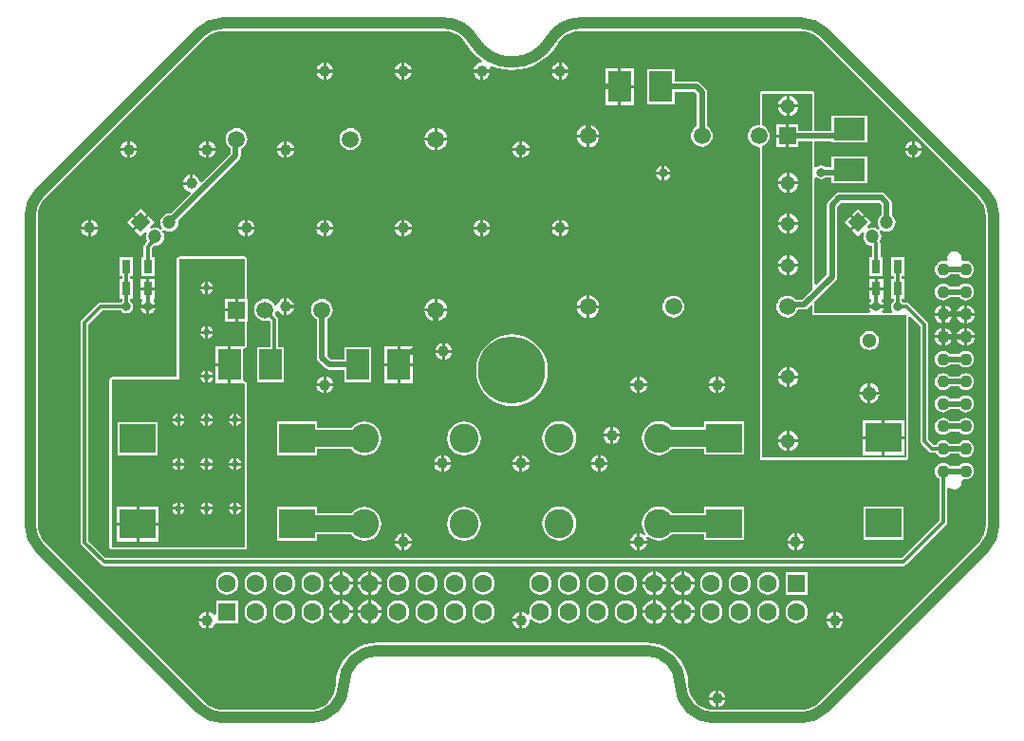
<source format=gtl>
G04*
G04 #@! TF.GenerationSoftware,Altium Limited,Altium Designer,20.1.10 (176)*
G04*
G04 Layer_Physical_Order=1*
G04 Layer_Color=5064179*
%FSAX42Y42*%
%MOMM*%
G71*
G04*
G04 #@! TF.SameCoordinates,EC29B362-C5D2-4197-BC47-CE10F38E6FBA*
G04*
G04*
G04 #@! TF.FilePolarity,Positive*
G04*
G01*
G75*
%ADD11C,0.30*%
%ADD35C,1.00*%
%ADD36R,0.80X1.30*%
%ADD37R,3.20X2.60*%
%ADD38R,2.00X2.80*%
%ADD39R,2.80X2.00*%
%ADD40C,0.50*%
%ADD41C,1.50*%
%ADD42C,1.10*%
%ADD43C,1.20*%
%ADD44P,1.70X4X90.0*%
%ADD45C,1.52*%
%ADD46R,1.52X1.52*%
%ADD47C,1.60*%
%ADD48R,1.60X1.60*%
%ADD49C,2.60*%
%ADD50C,1.30*%
%ADD51C,1.00*%
%ADD52C,6.00*%
%ADD53C,0.80*%
%ADD54C,4.00*%
%ADD55C,0.60*%
G36*
X009146Y007359D02*
Y007359D01*
X009165Y007358D01*
X009191Y007355D01*
X009234Y007342D01*
X009273Y007321D01*
X009293Y007305D01*
X009308Y007292D01*
X009308Y007292D01*
X010732Y005868D01*
X010734Y005867D01*
X010761Y005833D01*
X010782Y005794D01*
X010795Y005751D01*
X010800Y005706D01*
X010799Y005706D01*
X010799D01*
X010800Y005698D01*
Y002962D01*
X010799Y002954D01*
X010799D01*
X010800Y002954D01*
X010795Y002909D01*
X010782Y002866D01*
X010761Y002827D01*
X010745Y002807D01*
X010732Y002792D01*
X010718Y002778D01*
X009308Y001368D01*
X009308Y001368D01*
X009293Y001355D01*
X009273Y001339D01*
X009234Y001318D01*
X009191Y001305D01*
X009148Y001300D01*
X009146Y001301D01*
X008370D01*
X008368Y001300D01*
X008325Y001305D01*
X008282Y001318D01*
X008242Y001339D01*
X008208Y001368D01*
X008179Y001402D01*
X008158Y001442D01*
X008145Y001485D01*
X008142Y001510D01*
X008141Y001530D01*
X008141D01*
X008137Y001588D01*
X008123Y001645D01*
X008101Y001698D01*
X008070Y001748D01*
X008032Y001792D01*
X007988Y001830D01*
X007938Y001861D01*
X007885Y001883D01*
X007828Y001897D01*
X007770Y001901D01*
Y001901D01*
X005370D01*
Y001901D01*
X005312Y001897D01*
X005255Y001883D01*
X005202Y001861D01*
X005152Y001830D01*
X005108Y001792D01*
X005070Y001748D01*
X005039Y001698D01*
X005017Y001645D01*
X005003Y001588D01*
X004999Y001530D01*
X004999D01*
X004998Y001510D01*
X004995Y001485D01*
X004982Y001442D01*
X004961Y001402D01*
X004932Y001368D01*
X004898Y001339D01*
X004858Y001318D01*
X004815Y001305D01*
X004772Y001300D01*
X004770Y001301D01*
X003994D01*
X003992Y001300D01*
X003949Y001305D01*
X003906Y001318D01*
X003867Y001339D01*
X003833Y001366D01*
X003832Y001368D01*
X002422Y002778D01*
X002408Y002792D01*
X002395Y002807D01*
X002379Y002827D01*
X002358Y002866D01*
X002345Y002909D01*
X002342Y002935D01*
X002341Y002954D01*
X002341Y002954D01*
X002341Y002974D01*
Y005686D01*
X002341Y005686D01*
X002341Y005706D01*
X002342Y005725D01*
X002345Y005751D01*
X002358Y005794D01*
X002379Y005833D01*
X002395Y005853D01*
X002408Y005868D01*
X002408Y005868D01*
X003832Y007292D01*
X003832Y007292D01*
X003832Y007292D01*
X003847Y007305D01*
X003867Y007321D01*
X003906Y007342D01*
X003949Y007355D01*
X003975Y007358D01*
X003994Y007359D01*
Y007359D01*
X004014Y007359D01*
X005944D01*
X005944Y007359D01*
X005964Y007359D01*
X005983Y007358D01*
X006009Y007355D01*
X006052Y007342D01*
X006091Y007321D01*
X006126Y007292D01*
X006155Y007258D01*
X006162Y007244D01*
X006162Y007244D01*
X006196Y007193D01*
X006237Y007147D01*
X006283Y007106D01*
X006300Y007095D01*
X006294Y007075D01*
X006280Y007073D01*
X006262Y007066D01*
X006246Y007054D01*
X006234Y007038D01*
X006227Y007020D01*
X006226Y007013D01*
X006374D01*
X006373Y007020D01*
X006368Y007033D01*
X006378Y007046D01*
X006382Y007049D01*
X006390Y007045D01*
X006448Y007025D01*
X006509Y007013D01*
X006570Y007009D01*
X006631Y007013D01*
X006692Y007025D01*
X006750Y007045D01*
X006806Y007072D01*
X006857Y007106D01*
X006903Y007147D01*
X006944Y007193D01*
X006978Y007244D01*
X006978Y007244D01*
X006985Y007258D01*
X007014Y007292D01*
X007049Y007321D01*
X007088Y007342D01*
X007131Y007355D01*
X007157Y007358D01*
X007176Y007359D01*
Y007359D01*
X007196Y007359D01*
X009126D01*
X009146Y007359D01*
D02*
G37*
%LPC*%
G36*
X007013Y007074D02*
Y007013D01*
X007074D01*
X007073Y007020D01*
X007066Y007038D01*
X007054Y007054D01*
X007038Y007066D01*
X007020Y007073D01*
X007013Y007074D01*
D02*
G37*
G36*
X006987D02*
X006980Y007073D01*
X006962Y007066D01*
X006946Y007054D01*
X006934Y007038D01*
X006927Y007020D01*
X006926Y007013D01*
X006987D01*
Y007074D01*
D02*
G37*
G36*
X005613D02*
Y007013D01*
X005674D01*
X005673Y007020D01*
X005666Y007038D01*
X005654Y007054D01*
X005638Y007066D01*
X005620Y007073D01*
X005613Y007074D01*
D02*
G37*
G36*
X005587D02*
X005580Y007073D01*
X005562Y007066D01*
X005546Y007054D01*
X005534Y007038D01*
X005527Y007020D01*
X005526Y007013D01*
X005587D01*
Y007074D01*
D02*
G37*
G36*
X004913D02*
Y007013D01*
X004974D01*
X004973Y007020D01*
X004966Y007038D01*
X004954Y007054D01*
X004938Y007066D01*
X004920Y007073D01*
X004913Y007074D01*
D02*
G37*
G36*
X004887D02*
X004880Y007073D01*
X004862Y007066D01*
X004846Y007054D01*
X004834Y007038D01*
X004827Y007020D01*
X004826Y007013D01*
X004887D01*
Y007074D01*
D02*
G37*
G36*
X007074Y006987D02*
X007013D01*
Y006926D01*
X007020Y006927D01*
X007038Y006934D01*
X007054Y006946D01*
X007066Y006962D01*
X007073Y006980D01*
X007074Y006987D01*
D02*
G37*
G36*
X006987D02*
X006926D01*
X006927Y006980D01*
X006934Y006962D01*
X006946Y006946D01*
X006962Y006934D01*
X006980Y006927D01*
X006987Y006926D01*
Y006987D01*
D02*
G37*
G36*
X006374D02*
X006313D01*
Y006926D01*
X006320Y006927D01*
X006338Y006934D01*
X006354Y006946D01*
X006366Y006962D01*
X006373Y006980D01*
X006374Y006987D01*
D02*
G37*
G36*
X006287D02*
X006226D01*
X006227Y006980D01*
X006234Y006962D01*
X006246Y006946D01*
X006262Y006934D01*
X006280Y006927D01*
X006287Y006926D01*
Y006987D01*
D02*
G37*
G36*
X005674D02*
X005613D01*
Y006926D01*
X005620Y006927D01*
X005638Y006934D01*
X005654Y006946D01*
X005666Y006962D01*
X005673Y006980D01*
X005674Y006987D01*
D02*
G37*
G36*
X005587D02*
X005526D01*
X005527Y006980D01*
X005534Y006962D01*
X005546Y006946D01*
X005562Y006934D01*
X005580Y006927D01*
X005587Y006926D01*
Y006987D01*
D02*
G37*
G36*
X004974D02*
X004913D01*
Y006926D01*
X004920Y006927D01*
X004938Y006934D01*
X004954Y006946D01*
X004966Y006962D01*
X004973Y006980D01*
X004974Y006987D01*
D02*
G37*
G36*
X004887D02*
X004826D01*
X004827Y006980D01*
X004834Y006962D01*
X004846Y006946D01*
X004862Y006934D01*
X004880Y006927D01*
X004887Y006926D01*
Y006987D01*
D02*
G37*
G36*
X007655Y007026D02*
X007543D01*
Y006874D01*
X007655D01*
Y007026D01*
D02*
G37*
G36*
X007517D02*
X007405D01*
Y006874D01*
X007517D01*
Y007026D01*
D02*
G37*
G36*
X007655Y006848D02*
X007543D01*
Y006696D01*
X007655D01*
Y006848D01*
D02*
G37*
G36*
X007517D02*
X007405D01*
Y006696D01*
X007517D01*
Y006848D01*
D02*
G37*
G36*
X007261Y006523D02*
Y006435D01*
X007349D01*
X007347Y006448D01*
X007337Y006473D01*
X007320Y006494D01*
X007299Y006511D01*
X007274Y006521D01*
X007261Y006523D01*
D02*
G37*
G36*
X007235Y006523D02*
X007221Y006521D01*
X007197Y006511D01*
X007175Y006494D01*
X007159Y006473D01*
X007149Y006448D01*
X007147Y006435D01*
X007235D01*
Y006523D01*
D02*
G37*
G36*
X005904Y006495D02*
Y006407D01*
X005992D01*
X005991Y006421D01*
X005980Y006445D01*
X005964Y006466D01*
X005943Y006483D01*
X005918Y006493D01*
X005904Y006495D01*
D02*
G37*
G36*
X005879D02*
X005865Y006493D01*
X005840Y006483D01*
X005819Y006466D01*
X005803Y006445D01*
X005793Y006421D01*
X005791Y006407D01*
X005879D01*
Y006495D01*
D02*
G37*
G36*
X008800Y006820D02*
X008792Y006819D01*
X008786Y006814D01*
X008781Y006808D01*
X008780Y006800D01*
Y006526D01*
X008772Y006519D01*
X008747Y006516D01*
X008723Y006506D01*
X008703Y006491D01*
X008688Y006470D01*
X008678Y006447D01*
X008675Y006422D01*
X008678Y006397D01*
X008688Y006373D01*
X008703Y006353D01*
X008723Y006338D01*
X008747Y006328D01*
X008772Y006325D01*
X008780Y006318D01*
Y003550D01*
X008781Y003542D01*
X008786Y003536D01*
X008792Y003531D01*
X008800Y003530D01*
X010085D01*
X010093Y003531D01*
X010099Y003536D01*
X010104Y003542D01*
X010105Y003550D01*
Y004803D01*
X010125Y004812D01*
X010212Y004725D01*
Y003700D01*
X010215Y003686D01*
X010222Y003675D01*
X010292Y003605D01*
X010303Y003597D01*
X010317Y003595D01*
X010351D01*
X010352Y003593D01*
X010364Y003577D01*
X010380Y003565D01*
X010398Y003557D01*
X010418Y003555D01*
X010437Y003557D01*
X010456Y003565D01*
X010471Y003577D01*
X010477Y003585D01*
X010558D01*
X010564Y003577D01*
X010580Y003565D01*
X010598Y003557D01*
X010618Y003555D01*
X010637Y003557D01*
X010656Y003565D01*
X010671Y003577D01*
X010683Y003593D01*
X010691Y003611D01*
X010693Y003630D01*
X010691Y003650D01*
X010683Y003668D01*
X010671Y003684D01*
X010656Y003696D01*
X010637Y003703D01*
X010618Y003706D01*
X010598Y003703D01*
X010580Y003696D01*
X010564Y003684D01*
X010558Y003676D01*
X010477D01*
X010471Y003684D01*
X010456Y003696D01*
X010437Y003703D01*
X010418Y003706D01*
X010398Y003703D01*
X010380Y003696D01*
X010364Y003684D01*
X010352Y003668D01*
X010351Y003666D01*
X010332D01*
X010283Y003715D01*
Y004740D01*
X010280Y004754D01*
X010273Y004765D01*
X010113Y004925D01*
X010101Y004933D01*
X010088Y004936D01*
X010058D01*
X010053Y004943D01*
X010046Y004948D01*
Y004972D01*
X010070D01*
Y005142D01*
X010046D01*
Y005172D01*
X010070D01*
Y005342D01*
X009950D01*
Y005172D01*
X009974D01*
Y005142D01*
X009950D01*
Y004972D01*
X009974D01*
Y004948D01*
X009967Y004943D01*
X009953Y004923D01*
X009949Y004900D01*
X009953Y004877D01*
X009964Y004860D01*
X009960Y004847D01*
X009955Y004840D01*
X009882D01*
X009872Y004860D01*
X009882Y004874D01*
X009884Y004887D01*
X009756D01*
X009758Y004874D01*
X009768Y004860D01*
X009758Y004840D01*
X009270D01*
Y004908D01*
X009269Y004916D01*
X009264Y004923D01*
X009269Y004944D01*
X009459Y005134D01*
X009469Y005149D01*
X009472Y005166D01*
Y005787D01*
X009509Y005824D01*
X009850D01*
X009867Y005808D01*
Y005716D01*
X009855Y005707D01*
X009843Y005690D01*
X009834Y005671D01*
X009832Y005650D01*
X009834Y005629D01*
X009843Y005610D01*
X009848Y005603D01*
X009851Y005599D01*
X009837Y005585D01*
X009833Y005588D01*
X009826Y005593D01*
X009806Y005601D01*
X009785Y005604D01*
X009765Y005601D01*
X009754Y005597D01*
X009743Y005614D01*
X009779Y005650D01*
X009728Y005701D01*
X009667Y005641D01*
X009607Y005581D01*
X009658Y005529D01*
X009695Y005566D01*
X009712Y005554D01*
X009707Y005544D01*
X009705Y005523D01*
X009707Y005502D01*
X009716Y005483D01*
X009728Y005466D01*
X009745Y005453D01*
X009765Y005445D01*
X009784Y005442D01*
Y005342D01*
X009760D01*
Y005172D01*
X009880D01*
Y005342D01*
X009856D01*
Y005464D01*
X009853Y005478D01*
X009852Y005479D01*
X009855Y005483D01*
X009863Y005502D01*
X009866Y005523D01*
X009863Y005544D01*
X009855Y005563D01*
X009850Y005570D01*
X009847Y005574D01*
X009861Y005588D01*
X009865Y005585D01*
X009872Y005580D01*
X009892Y005572D01*
X009912Y005569D01*
X009933Y005572D01*
X009953Y005580D01*
X009969Y005593D01*
X009982Y005610D01*
X009990Y005629D01*
X009993Y005650D01*
X009990Y005671D01*
X009982Y005690D01*
X009969Y005707D01*
X009958Y005716D01*
Y005827D01*
X009955Y005844D01*
X009945Y005859D01*
X009902Y005902D01*
X009887Y005912D01*
X009869Y005916D01*
X009490D01*
X009472Y005912D01*
X009458Y005902D01*
X009394Y005839D01*
X009384Y005824D01*
X009380Y005806D01*
Y005185D01*
X009289Y005094D01*
X009270Y005101D01*
Y006043D01*
X009277Y006048D01*
X009290Y006052D01*
X009307Y006041D01*
X009330Y006036D01*
X009353Y006041D01*
X009369Y006052D01*
X009420D01*
Y005998D01*
X009740D01*
Y006238D01*
X009420D01*
Y006143D01*
X009369D01*
X009353Y006154D01*
X009330Y006159D01*
X009307Y006154D01*
X009290Y006143D01*
X009277Y006147D01*
X009270Y006152D01*
Y006376D01*
X009420D01*
Y006366D01*
X009740D01*
Y006606D01*
X009420D01*
Y006468D01*
X009270D01*
Y006800D01*
X009269Y006808D01*
X009264Y006814D01*
X009258Y006819D01*
X009250Y006820D01*
X008925Y006820D01*
X008800Y006820D01*
D02*
G37*
G36*
X008018Y007021D02*
X007778D01*
Y006701D01*
X008018D01*
Y006815D01*
X008200D01*
X008218Y006797D01*
Y006507D01*
X008215Y006506D01*
X008195Y006491D01*
X008180Y006470D01*
X008170Y006447D01*
X008167Y006422D01*
X008170Y006397D01*
X008180Y006373D01*
X008195Y006353D01*
X008215Y006338D01*
X008239Y006328D01*
X008264Y006325D01*
X008289Y006328D01*
X008312Y006338D01*
X008332Y006353D01*
X008348Y006373D01*
X008358Y006397D01*
X008361Y006422D01*
X008358Y006447D01*
X008348Y006470D01*
X008332Y006491D01*
X008312Y006506D01*
X008310Y006507D01*
Y006816D01*
X008306Y006834D01*
X008296Y006849D01*
X008251Y006893D01*
X008237Y006903D01*
X008219Y006907D01*
X008018D01*
Y007021D01*
D02*
G37*
G36*
X007349Y006409D02*
X007261D01*
Y006321D01*
X007274Y006323D01*
X007299Y006333D01*
X007320Y006349D01*
X007337Y006371D01*
X007347Y006395D01*
X007349Y006409D01*
D02*
G37*
G36*
X007235D02*
X007147D01*
X007149Y006395D01*
X007159Y006371D01*
X007175Y006349D01*
X007197Y006333D01*
X007221Y006323D01*
X007235Y006321D01*
Y006409D01*
D02*
G37*
G36*
X010163Y006374D02*
Y006313D01*
X010224D01*
X010223Y006320D01*
X010216Y006338D01*
X010204Y006354D01*
X010188Y006366D01*
X010170Y006373D01*
X010163Y006374D01*
D02*
G37*
G36*
X010137D02*
X010130Y006373D01*
X010112Y006366D01*
X010096Y006354D01*
X010084Y006338D01*
X010077Y006320D01*
X010076Y006313D01*
X010137D01*
Y006374D01*
D02*
G37*
G36*
X006663D02*
Y006313D01*
X006724D01*
X006723Y006320D01*
X006716Y006338D01*
X006704Y006354D01*
X006688Y006366D01*
X006670Y006373D01*
X006663Y006374D01*
D02*
G37*
G36*
X006637D02*
X006630Y006373D01*
X006612Y006366D01*
X006596Y006354D01*
X006584Y006338D01*
X006577Y006320D01*
X006576Y006313D01*
X006637D01*
Y006374D01*
D02*
G37*
G36*
X004563D02*
Y006313D01*
X004624D01*
X004623Y006320D01*
X004616Y006338D01*
X004604Y006354D01*
X004588Y006366D01*
X004570Y006373D01*
X004563Y006374D01*
D02*
G37*
G36*
X004537D02*
X004530Y006373D01*
X004512Y006366D01*
X004496Y006354D01*
X004484Y006338D01*
X004477Y006320D01*
X004476Y006313D01*
X004537D01*
Y006374D01*
D02*
G37*
G36*
X003863D02*
Y006313D01*
X003924D01*
X003923Y006320D01*
X003916Y006338D01*
X003904Y006354D01*
X003888Y006366D01*
X003870Y006373D01*
X003863Y006374D01*
D02*
G37*
G36*
X003837D02*
X003830Y006373D01*
X003812Y006366D01*
X003796Y006354D01*
X003784Y006338D01*
X003777Y006320D01*
X003776Y006313D01*
X003837D01*
Y006374D01*
D02*
G37*
G36*
X003163D02*
Y006313D01*
X003224D01*
X003223Y006320D01*
X003216Y006338D01*
X003204Y006354D01*
X003188Y006366D01*
X003170Y006373D01*
X003163Y006374D01*
D02*
G37*
G36*
X003137D02*
X003130Y006373D01*
X003112Y006366D01*
X003096Y006354D01*
X003084Y006338D01*
X003077Y006320D01*
X003076Y006313D01*
X003137D01*
Y006374D01*
D02*
G37*
G36*
X005130Y006491D02*
X005104Y006488D01*
X005081Y006478D01*
X005061Y006463D01*
X005046Y006443D01*
X005036Y006419D01*
X005033Y006394D01*
X005036Y006369D01*
X005046Y006345D01*
X005061Y006325D01*
X005081Y006310D01*
X005104Y006300D01*
X005130Y006297D01*
X005155Y006300D01*
X005178Y006310D01*
X005198Y006325D01*
X005214Y006345D01*
X005223Y006369D01*
X005227Y006394D01*
X005223Y006419D01*
X005214Y006443D01*
X005198Y006463D01*
X005178Y006478D01*
X005155Y006488D01*
X005130Y006491D01*
D02*
G37*
G36*
X005992Y006381D02*
X005904D01*
Y006293D01*
X005918Y006295D01*
X005943Y006305D01*
X005964Y006322D01*
X005980Y006343D01*
X005991Y006367D01*
X005992Y006381D01*
D02*
G37*
G36*
X005879D02*
X005791D01*
X005793Y006367D01*
X005803Y006343D01*
X005819Y006322D01*
X005840Y006305D01*
X005865Y006295D01*
X005879Y006293D01*
Y006381D01*
D02*
G37*
G36*
X010224Y006287D02*
X010163D01*
Y006226D01*
X010170Y006227D01*
X010188Y006234D01*
X010204Y006246D01*
X010216Y006262D01*
X010223Y006280D01*
X010224Y006287D01*
D02*
G37*
G36*
X010137D02*
X010076D01*
X010077Y006280D01*
X010084Y006262D01*
X010096Y006246D01*
X010112Y006234D01*
X010130Y006227D01*
X010137Y006226D01*
Y006287D01*
D02*
G37*
G36*
X006724D02*
X006663D01*
Y006226D01*
X006670Y006227D01*
X006688Y006234D01*
X006704Y006246D01*
X006716Y006262D01*
X006723Y006280D01*
X006724Y006287D01*
D02*
G37*
G36*
X006637D02*
X006576D01*
X006577Y006280D01*
X006584Y006262D01*
X006596Y006246D01*
X006612Y006234D01*
X006630Y006227D01*
X006637Y006226D01*
Y006287D01*
D02*
G37*
G36*
X004624D02*
X004563D01*
Y006226D01*
X004570Y006227D01*
X004588Y006234D01*
X004604Y006246D01*
X004616Y006262D01*
X004623Y006280D01*
X004624Y006287D01*
D02*
G37*
G36*
X004537D02*
X004476D01*
X004477Y006280D01*
X004484Y006262D01*
X004496Y006246D01*
X004512Y006234D01*
X004530Y006227D01*
X004537Y006226D01*
Y006287D01*
D02*
G37*
G36*
X003924D02*
X003863D01*
Y006226D01*
X003870Y006227D01*
X003888Y006234D01*
X003904Y006246D01*
X003916Y006262D01*
X003923Y006280D01*
X003924Y006287D01*
D02*
G37*
G36*
X003837D02*
X003776D01*
X003777Y006280D01*
X003784Y006262D01*
X003796Y006246D01*
X003812Y006234D01*
X003830Y006227D01*
X003837Y006226D01*
Y006287D01*
D02*
G37*
G36*
X003224D02*
X003163D01*
Y006226D01*
X003170Y006227D01*
X003188Y006234D01*
X003204Y006246D01*
X003216Y006262D01*
X003223Y006280D01*
X003224Y006287D01*
D02*
G37*
G36*
X003137D02*
X003076D01*
X003077Y006280D01*
X003084Y006262D01*
X003096Y006246D01*
X003112Y006234D01*
X003130Y006227D01*
X003137Y006226D01*
Y006287D01*
D02*
G37*
G36*
X007933Y006154D02*
Y006103D01*
X007984D01*
X007982Y006116D01*
X007967Y006137D01*
X007946Y006152D01*
X007933Y006154D01*
D02*
G37*
G36*
X007907D02*
X007894Y006152D01*
X007873Y006137D01*
X007858Y006116D01*
X007856Y006103D01*
X007907D01*
Y006154D01*
D02*
G37*
G36*
X007984Y006077D02*
X007933D01*
Y006026D01*
X007946Y006028D01*
X007967Y006043D01*
X007982Y006064D01*
X007984Y006077D01*
D02*
G37*
G36*
X007907D02*
X007856D01*
X007858Y006064D01*
X007873Y006043D01*
X007894Y006028D01*
X007907Y006026D01*
Y006077D01*
D02*
G37*
G36*
X003697Y006074D02*
X003690Y006073D01*
X003672Y006066D01*
X003656Y006054D01*
X003644Y006038D01*
X003637Y006020D01*
X003636Y006013D01*
X003697D01*
Y006074D01*
D02*
G37*
G36*
X004114Y006491D02*
X004088Y006488D01*
X004065Y006478D01*
X004045Y006463D01*
X004030Y006443D01*
X004020Y006419D01*
X004017Y006394D01*
X004020Y006369D01*
X004030Y006345D01*
X004045Y006325D01*
X004060Y006314D01*
Y006262D01*
X003805Y006007D01*
X003784Y006014D01*
X003783Y006020D01*
X003776Y006038D01*
X003764Y006054D01*
X003748Y006066D01*
X003730Y006073D01*
X003723Y006074D01*
Y006000D01*
X003710D01*
Y005987D01*
X003636D01*
X003637Y005980D01*
X003644Y005962D01*
X003656Y005946D01*
X003672Y005934D01*
X003690Y005927D01*
X003696Y005926D01*
X003703Y005905D01*
X003527Y005729D01*
X003513Y005731D01*
X003492Y005728D01*
X003473Y005720D01*
X003456Y005707D01*
X003443Y005690D01*
X003435Y005671D01*
X003433Y005650D01*
X003435Y005629D01*
X003443Y005610D01*
X003449Y005603D01*
X003452Y005599D01*
X003437Y005585D01*
X003433Y005588D01*
X003427Y005593D01*
X003407Y005601D01*
X003386Y005604D01*
X003365Y005601D01*
X003355Y005597D01*
X003344Y005614D01*
X003380Y005650D01*
X003329Y005701D01*
X003268Y005641D01*
X003208Y005581D01*
X003259Y005529D01*
X003296Y005566D01*
X003313Y005554D01*
X003308Y005544D01*
X003306Y005523D01*
X003308Y005502D01*
X003316Y005484D01*
X003294Y005463D01*
X003287Y005451D01*
X003284Y005437D01*
Y005342D01*
X003260D01*
Y005172D01*
X003380D01*
Y005342D01*
X003355D01*
Y005423D01*
X003376Y005444D01*
X003386Y005442D01*
X003407Y005445D01*
X003427Y005453D01*
X003443Y005466D01*
X003456Y005483D01*
X003464Y005502D01*
X003467Y005523D01*
X003464Y005544D01*
X003456Y005563D01*
X003451Y005570D01*
X003448Y005574D01*
X003462Y005588D01*
X003466Y005585D01*
X003473Y005580D01*
X003492Y005572D01*
X003513Y005569D01*
X003534Y005572D01*
X003554Y005580D01*
X003570Y005593D01*
X003583Y005610D01*
X003591Y005629D01*
X003594Y005650D01*
X003592Y005664D01*
X004138Y006210D01*
X004148Y006225D01*
X004152Y006243D01*
Y006306D01*
X004162Y006310D01*
X004182Y006325D01*
X004198Y006345D01*
X004207Y006369D01*
X004211Y006394D01*
X004207Y006419D01*
X004198Y006443D01*
X004182Y006463D01*
X004162Y006478D01*
X004139Y006488D01*
X004114Y006491D01*
D02*
G37*
G36*
X009658Y005771D02*
X009607Y005719D01*
X009658Y005668D01*
X009710Y005719D01*
X009658Y005771D01*
D02*
G37*
G36*
X003259D02*
X003208Y005719D01*
X003259Y005668D01*
X003311Y005719D01*
X003259Y005771D01*
D02*
G37*
G36*
X007013Y005674D02*
Y005613D01*
X007074D01*
X007073Y005620D01*
X007066Y005638D01*
X007054Y005654D01*
X007038Y005666D01*
X007020Y005673D01*
X007013Y005674D01*
D02*
G37*
G36*
X006987D02*
X006980Y005673D01*
X006962Y005666D01*
X006946Y005654D01*
X006934Y005638D01*
X006927Y005620D01*
X006926Y005613D01*
X006987D01*
Y005674D01*
D02*
G37*
G36*
X006313D02*
Y005613D01*
X006374D01*
X006373Y005620D01*
X006366Y005638D01*
X006354Y005654D01*
X006338Y005666D01*
X006320Y005673D01*
X006313Y005674D01*
D02*
G37*
G36*
X006287D02*
X006280Y005673D01*
X006262Y005666D01*
X006246Y005654D01*
X006234Y005638D01*
X006227Y005620D01*
X006226Y005613D01*
X006287D01*
Y005674D01*
D02*
G37*
G36*
X005613D02*
Y005613D01*
X005674D01*
X005673Y005620D01*
X005666Y005638D01*
X005654Y005654D01*
X005638Y005666D01*
X005620Y005673D01*
X005613Y005674D01*
D02*
G37*
G36*
X005587D02*
X005580Y005673D01*
X005562Y005666D01*
X005546Y005654D01*
X005534Y005638D01*
X005527Y005620D01*
X005526Y005613D01*
X005587D01*
Y005674D01*
D02*
G37*
G36*
X004913D02*
Y005613D01*
X004974D01*
X004973Y005620D01*
X004966Y005638D01*
X004954Y005654D01*
X004938Y005666D01*
X004920Y005673D01*
X004913Y005674D01*
D02*
G37*
G36*
X004887D02*
X004880Y005673D01*
X004862Y005666D01*
X004846Y005654D01*
X004834Y005638D01*
X004827Y005620D01*
X004826Y005613D01*
X004887D01*
Y005674D01*
D02*
G37*
G36*
X004213D02*
Y005613D01*
X004274D01*
X004273Y005620D01*
X004266Y005638D01*
X004254Y005654D01*
X004238Y005666D01*
X004220Y005673D01*
X004213Y005674D01*
D02*
G37*
G36*
X004187D02*
X004180Y005673D01*
X004162Y005666D01*
X004146Y005654D01*
X004134Y005638D01*
X004127Y005620D01*
X004126Y005613D01*
X004187D01*
Y005674D01*
D02*
G37*
G36*
X002813D02*
Y005613D01*
X002874D01*
X002873Y005620D01*
X002866Y005638D01*
X002854Y005654D01*
X002838Y005666D01*
X002820Y005673D01*
X002813Y005674D01*
D02*
G37*
G36*
X002787D02*
X002780Y005673D01*
X002762Y005666D01*
X002746Y005654D01*
X002734Y005638D01*
X002727Y005620D01*
X002726Y005613D01*
X002787D01*
Y005674D01*
D02*
G37*
G36*
X009589Y005701D02*
X009538Y005650D01*
X009589Y005599D01*
X009640Y005650D01*
X009589Y005701D01*
D02*
G37*
G36*
X003190D02*
X003138Y005650D01*
X003190Y005599D01*
X003241Y005650D01*
X003190Y005701D01*
D02*
G37*
G36*
X007074Y005587D02*
X007013D01*
Y005526D01*
X007020Y005527D01*
X007038Y005534D01*
X007054Y005546D01*
X007066Y005562D01*
X007073Y005580D01*
X007074Y005587D01*
D02*
G37*
G36*
X006987D02*
X006926D01*
X006927Y005580D01*
X006934Y005562D01*
X006946Y005546D01*
X006962Y005534D01*
X006980Y005527D01*
X006987Y005526D01*
Y005587D01*
D02*
G37*
G36*
X006374D02*
X006313D01*
Y005526D01*
X006320Y005527D01*
X006338Y005534D01*
X006354Y005546D01*
X006366Y005562D01*
X006373Y005580D01*
X006374Y005587D01*
D02*
G37*
G36*
X006287D02*
X006226D01*
X006227Y005580D01*
X006234Y005562D01*
X006246Y005546D01*
X006262Y005534D01*
X006280Y005527D01*
X006287Y005526D01*
Y005587D01*
D02*
G37*
G36*
X005674D02*
X005613D01*
Y005526D01*
X005620Y005527D01*
X005638Y005534D01*
X005654Y005546D01*
X005666Y005562D01*
X005673Y005580D01*
X005674Y005587D01*
D02*
G37*
G36*
X005587D02*
X005526D01*
X005527Y005580D01*
X005534Y005562D01*
X005546Y005546D01*
X005562Y005534D01*
X005580Y005527D01*
X005587Y005526D01*
Y005587D01*
D02*
G37*
G36*
X004974D02*
X004913D01*
Y005526D01*
X004920Y005527D01*
X004938Y005534D01*
X004954Y005546D01*
X004966Y005562D01*
X004973Y005580D01*
X004974Y005587D01*
D02*
G37*
G36*
X004887D02*
X004826D01*
X004827Y005580D01*
X004834Y005562D01*
X004846Y005546D01*
X004862Y005534D01*
X004880Y005527D01*
X004887Y005526D01*
Y005587D01*
D02*
G37*
G36*
X004274D02*
X004213D01*
Y005526D01*
X004220Y005527D01*
X004238Y005534D01*
X004254Y005546D01*
X004266Y005562D01*
X004273Y005580D01*
X004274Y005587D01*
D02*
G37*
G36*
X004187D02*
X004126D01*
X004127Y005580D01*
X004134Y005562D01*
X004146Y005546D01*
X004162Y005534D01*
X004180Y005527D01*
X004187Y005526D01*
Y005587D01*
D02*
G37*
G36*
X002874D02*
X002813D01*
Y005526D01*
X002820Y005527D01*
X002838Y005534D01*
X002854Y005546D01*
X002866Y005562D01*
X002873Y005580D01*
X002874Y005587D01*
D02*
G37*
G36*
X002787D02*
X002726D01*
X002727Y005580D01*
X002734Y005562D01*
X002746Y005546D01*
X002762Y005534D01*
X002780Y005527D01*
X002787Y005526D01*
Y005587D01*
D02*
G37*
G36*
X010518Y005394D02*
X010493Y005389D01*
X010473Y005375D01*
X010459Y005355D01*
X010454Y005330D01*
X010457Y005317D01*
X010439Y005303D01*
X010437Y005303D01*
X010418Y005306D01*
X010398Y005303D01*
X010380Y005296D01*
X010364Y005284D01*
X010352Y005268D01*
X010345Y005250D01*
X010342Y005230D01*
X010345Y005211D01*
X010352Y005193D01*
X010364Y005177D01*
X010380Y005165D01*
X010398Y005157D01*
X010418Y005155D01*
X010437Y005157D01*
X010456Y005165D01*
X010471Y005177D01*
X010477Y005185D01*
X010558D01*
X010564Y005177D01*
X010580Y005165D01*
X010598Y005157D01*
X010618Y005155D01*
X010637Y005157D01*
X010656Y005165D01*
X010671Y005177D01*
X010683Y005193D01*
X010691Y005211D01*
X010693Y005230D01*
X010691Y005250D01*
X010683Y005268D01*
X010671Y005284D01*
X010656Y005296D01*
X010637Y005303D01*
X010618Y005306D01*
X010598Y005303D01*
X010596Y005303D01*
X010579Y005317D01*
X010582Y005330D01*
X010577Y005355D01*
X010563Y005375D01*
X010542Y005389D01*
X010518Y005394D01*
D02*
G37*
G36*
X010618Y005106D02*
X010598Y005103D01*
X010580Y005096D01*
X010564Y005084D01*
X010558Y005076D01*
X010477D01*
X010471Y005084D01*
X010456Y005096D01*
X010437Y005103D01*
X010418Y005106D01*
X010398Y005103D01*
X010380Y005096D01*
X010364Y005084D01*
X010352Y005068D01*
X010345Y005050D01*
X010342Y005030D01*
X010345Y005011D01*
X010352Y004993D01*
X010364Y004977D01*
X010380Y004965D01*
X010398Y004957D01*
X010418Y004955D01*
X010437Y004957D01*
X010456Y004965D01*
X010471Y004977D01*
X010477Y004985D01*
X010558D01*
X010564Y004977D01*
X010580Y004965D01*
X010598Y004957D01*
X010618Y004955D01*
X010637Y004957D01*
X010656Y004965D01*
X010671Y004977D01*
X010683Y004993D01*
X010691Y005011D01*
X010693Y005030D01*
X010691Y005050D01*
X010683Y005068D01*
X010671Y005084D01*
X010656Y005096D01*
X010637Y005103D01*
X010618Y005106D01*
D02*
G37*
G36*
X003385Y005147D02*
X003332D01*
Y005070D01*
X003385D01*
Y005147D01*
D02*
G37*
G36*
X009885D02*
X009833D01*
Y005070D01*
X009885D01*
Y005147D01*
D02*
G37*
G36*
X009807D02*
X009754D01*
Y005070D01*
X009807D01*
Y005147D01*
D02*
G37*
G36*
X003307D02*
X003254D01*
Y005070D01*
X003307D01*
Y005147D01*
D02*
G37*
G36*
X004563Y004974D02*
Y004913D01*
X004624D01*
X004623Y004920D01*
X004616Y004938D01*
X004604Y004954D01*
X004588Y004966D01*
X004570Y004973D01*
X004563Y004974D01*
D02*
G37*
G36*
X009885Y005044D02*
X009754D01*
Y004967D01*
X009766D01*
X009772Y004950D01*
X009772Y004947D01*
X009758Y004926D01*
X009756Y004913D01*
X009884D01*
X009882Y004926D01*
X009868Y004947D01*
X009868Y004950D01*
X009874Y004967D01*
X009885D01*
Y005044D01*
D02*
G37*
G36*
X003385D02*
X003320D01*
X003254D01*
Y004967D01*
X003268D01*
X003274Y004950D01*
X003275Y004947D01*
X003261Y004926D01*
X003258Y004913D01*
X003387D01*
X003384Y004926D01*
X003370Y004947D01*
X003371Y004950D01*
X003377Y004967D01*
X003385D01*
Y005044D01*
D02*
G37*
G36*
X007261Y004999D02*
Y004911D01*
X007349D01*
X007347Y004924D01*
X007337Y004949D01*
X007320Y004970D01*
X007299Y004987D01*
X007274Y004997D01*
X007261Y004999D01*
D02*
G37*
G36*
X007235Y004999D02*
X007221Y004997D01*
X007197Y004987D01*
X007175Y004970D01*
X007159Y004949D01*
X007149Y004924D01*
X007147Y004911D01*
X007235D01*
Y004999D01*
D02*
G37*
G36*
X004537Y004974D02*
X004530Y004973D01*
X004512Y004966D01*
X004496Y004954D01*
X004484Y004938D01*
X004477Y004920D01*
X004476Y004913D01*
X004455Y004910D01*
X004452Y004919D01*
X004436Y004939D01*
X004416Y004954D01*
X004393Y004964D01*
X004368Y004967D01*
X004342Y004964D01*
X004319Y004954D01*
X004299Y004939D01*
X004284Y004919D01*
X004274Y004895D01*
X004271Y004870D01*
X004274Y004845D01*
X004284Y004821D01*
X004299Y004801D01*
X004319Y004786D01*
X004342Y004776D01*
X004368Y004773D01*
X004393Y004776D01*
X004401Y004780D01*
X004414Y004766D01*
Y004540D01*
X004297D01*
Y004220D01*
X004538D01*
Y004540D01*
X004486D01*
Y004781D01*
X004483Y004795D01*
X004475Y004806D01*
X004454Y004827D01*
X004461Y004845D01*
X004463Y004860D01*
X004484Y004863D01*
X004484Y004862D01*
X004496Y004846D01*
X004512Y004834D01*
X004530Y004827D01*
X004537Y004826D01*
Y004900D01*
Y004974D01*
D02*
G37*
G36*
X005904Y004971D02*
Y004883D01*
X005992D01*
X005991Y004897D01*
X005980Y004921D01*
X005964Y004942D01*
X005943Y004959D01*
X005918Y004969D01*
X005904Y004971D01*
D02*
G37*
G36*
X005879D02*
X005865Y004969D01*
X005840Y004959D01*
X005819Y004942D01*
X005803Y004921D01*
X005793Y004897D01*
X005791Y004883D01*
X005879D01*
Y004971D01*
D02*
G37*
G36*
X010631Y004910D02*
Y004843D01*
X010697D01*
X010696Y004851D01*
X010688Y004871D01*
X010675Y004888D01*
X010658Y004901D01*
X010639Y004909D01*
X010631Y004910D01*
D02*
G37*
G36*
X010431D02*
Y004843D01*
X010497D01*
X010496Y004851D01*
X010488Y004871D01*
X010475Y004888D01*
X010458Y004901D01*
X010439Y004909D01*
X010431Y004910D01*
D02*
G37*
G36*
X010605D02*
X010597Y004909D01*
X010577Y004901D01*
X010560Y004888D01*
X010548Y004871D01*
X010539Y004851D01*
X010538Y004843D01*
X010605D01*
Y004910D01*
D02*
G37*
G36*
X010405D02*
X010397Y004909D01*
X010377Y004901D01*
X010360Y004888D01*
X010348Y004871D01*
X010339Y004851D01*
X010338Y004843D01*
X010405D01*
Y004910D01*
D02*
G37*
G36*
X003190Y005342D02*
X003070D01*
Y005172D01*
X003094D01*
Y005142D01*
X003070D01*
Y004972D01*
X003094D01*
Y004948D01*
X003087Y004943D01*
X003082Y004936D01*
X002900D01*
X002886Y004933D01*
X002875Y004925D01*
X002731Y004781D01*
X002723Y004770D01*
X002720Y004756D01*
Y002794D01*
X002723Y002780D01*
X002731Y002769D01*
X002905Y002595D01*
X002916Y002587D01*
X002930Y002584D01*
X010060D01*
X010074Y002587D01*
X010085Y002595D01*
X010443Y002953D01*
X010451Y002964D01*
X010453Y002978D01*
Y003278D01*
X010469Y003284D01*
X010473Y003285D01*
X010493Y003272D01*
X010518Y003267D01*
X010542Y003272D01*
X010563Y003285D01*
X010577Y003306D01*
X010582Y003330D01*
X010579Y003344D01*
X010596Y003358D01*
X010598Y003357D01*
X010618Y003355D01*
X010637Y003357D01*
X010656Y003365D01*
X010671Y003377D01*
X010683Y003393D01*
X010691Y003411D01*
X010693Y003430D01*
X010691Y003450D01*
X010683Y003468D01*
X010671Y003484D01*
X010656Y003496D01*
X010637Y003503D01*
X010618Y003506D01*
X010598Y003503D01*
X010580Y003496D01*
X010564Y003484D01*
X010558Y003476D01*
X010477D01*
X010471Y003484D01*
X010456Y003496D01*
X010437Y003503D01*
X010418Y003506D01*
X010398Y003503D01*
X010380Y003496D01*
X010364Y003484D01*
X010352Y003468D01*
X010345Y003450D01*
X010342Y003430D01*
X010345Y003411D01*
X010352Y003393D01*
X010364Y003377D01*
X010380Y003365D01*
X010382Y003364D01*
Y002993D01*
X010045Y002656D01*
X002945D01*
X002792Y002809D01*
Y004741D01*
X002915Y004864D01*
X003082D01*
X003087Y004857D01*
X003107Y004843D01*
X003130Y004839D01*
X003153Y004843D01*
X003173Y004857D01*
X003187Y004877D01*
X003191Y004900D01*
X003187Y004923D01*
X003173Y004943D01*
X003165Y004949D01*
Y004972D01*
X003190D01*
Y005142D01*
X003165D01*
Y005172D01*
X003190D01*
Y005342D01*
D02*
G37*
G36*
X003387Y004887D02*
X003335D01*
Y004836D01*
X003348Y004838D01*
X003370Y004853D01*
X003384Y004874D01*
X003387Y004887D01*
D02*
G37*
G36*
X003310D02*
X003258D01*
X003261Y004874D01*
X003275Y004853D01*
X003297Y004838D01*
X003310Y004836D01*
Y004887D01*
D02*
G37*
G36*
X004624Y004887D02*
X004563D01*
Y004826D01*
X004570Y004827D01*
X004588Y004834D01*
X004604Y004846D01*
X004616Y004862D01*
X004623Y004880D01*
X004624Y004887D01*
D02*
G37*
G36*
X008010Y004995D02*
X007985Y004992D01*
X007961Y004982D01*
X007941Y004967D01*
X007926Y004946D01*
X007916Y004923D01*
X007913Y004898D01*
X007916Y004873D01*
X007926Y004849D01*
X007941Y004829D01*
X007961Y004814D01*
X007985Y004804D01*
X008010Y004801D01*
X008035Y004804D01*
X008058Y004814D01*
X008078Y004829D01*
X008094Y004849D01*
X008104Y004873D01*
X008107Y004898D01*
X008104Y004923D01*
X008094Y004946D01*
X008078Y004967D01*
X008058Y004982D01*
X008035Y004992D01*
X008010Y004995D01*
D02*
G37*
G36*
X007349Y004885D02*
X007261D01*
Y004797D01*
X007274Y004799D01*
X007299Y004809D01*
X007320Y004825D01*
X007337Y004847D01*
X007347Y004871D01*
X007349Y004885D01*
D02*
G37*
G36*
X007235D02*
X007147D01*
X007149Y004871D01*
X007159Y004847D01*
X007175Y004825D01*
X007197Y004809D01*
X007221Y004799D01*
X007235Y004797D01*
Y004885D01*
D02*
G37*
G36*
X005992Y004857D02*
X005904D01*
Y004769D01*
X005918Y004771D01*
X005943Y004781D01*
X005964Y004798D01*
X005980Y004819D01*
X005991Y004843D01*
X005992Y004857D01*
D02*
G37*
G36*
X005879D02*
X005791D01*
X005793Y004843D01*
X005803Y004819D01*
X005819Y004798D01*
X005840Y004781D01*
X005865Y004771D01*
X005879Y004769D01*
Y004857D01*
D02*
G37*
G36*
X010697Y004818D02*
X010631D01*
Y004751D01*
X010639Y004752D01*
X010658Y004760D01*
X010675Y004773D01*
X010688Y004790D01*
X010696Y004809D01*
X010697Y004818D01*
D02*
G37*
G36*
X010497D02*
X010431D01*
Y004751D01*
X010439Y004752D01*
X010458Y004760D01*
X010475Y004773D01*
X010488Y004790D01*
X010496Y004809D01*
X010497Y004818D01*
D02*
G37*
G36*
X010605D02*
X010538D01*
X010539Y004809D01*
X010548Y004790D01*
X010560Y004773D01*
X010577Y004760D01*
X010597Y004752D01*
X010605Y004751D01*
Y004818D01*
D02*
G37*
G36*
X010405D02*
X010338D01*
X010339Y004809D01*
X010348Y004790D01*
X010360Y004773D01*
X010377Y004760D01*
X010397Y004752D01*
X010405Y004751D01*
Y004818D01*
D02*
G37*
G36*
X010631Y004710D02*
Y004643D01*
X010697D01*
X010696Y004651D01*
X010688Y004671D01*
X010675Y004688D01*
X010658Y004701D01*
X010639Y004709D01*
X010631Y004710D01*
D02*
G37*
G36*
X010431D02*
Y004643D01*
X010497D01*
X010496Y004651D01*
X010488Y004671D01*
X010475Y004688D01*
X010458Y004701D01*
X010439Y004709D01*
X010431Y004710D01*
D02*
G37*
G36*
X010605D02*
X010597Y004709D01*
X010577Y004701D01*
X010560Y004688D01*
X010548Y004671D01*
X010539Y004651D01*
X010538Y004643D01*
X010605D01*
Y004710D01*
D02*
G37*
G36*
X010405D02*
X010397Y004709D01*
X010377Y004701D01*
X010360Y004688D01*
X010348Y004671D01*
X010339Y004651D01*
X010338Y004643D01*
X010405D01*
Y004710D01*
D02*
G37*
G36*
X010697Y004618D02*
X010631D01*
Y004551D01*
X010639Y004552D01*
X010658Y004560D01*
X010675Y004573D01*
X010688Y004590D01*
X010696Y004609D01*
X010697Y004618D01*
D02*
G37*
G36*
X010497D02*
X010431D01*
Y004551D01*
X010439Y004552D01*
X010458Y004560D01*
X010475Y004573D01*
X010488Y004590D01*
X010496Y004609D01*
X010497Y004618D01*
D02*
G37*
G36*
X010605D02*
X010538D01*
X010539Y004609D01*
X010548Y004590D01*
X010560Y004573D01*
X010577Y004560D01*
X010597Y004552D01*
X010605Y004551D01*
Y004618D01*
D02*
G37*
G36*
X010405D02*
X010338D01*
X010339Y004609D01*
X010348Y004590D01*
X010360Y004573D01*
X010377Y004560D01*
X010397Y004552D01*
X010405Y004551D01*
Y004618D01*
D02*
G37*
G36*
X005973Y004574D02*
Y004513D01*
X006034D01*
X006033Y004520D01*
X006026Y004538D01*
X006014Y004554D01*
X005998Y004566D01*
X005980Y004573D01*
X005973Y004574D01*
D02*
G37*
G36*
X005947D02*
X005940Y004573D01*
X005922Y004566D01*
X005906Y004554D01*
X005894Y004538D01*
X005887Y004520D01*
X005886Y004513D01*
X005947D01*
Y004574D01*
D02*
G37*
G36*
X010618Y004506D02*
X010598Y004503D01*
X010580Y004496D01*
X010564Y004484D01*
X010558Y004476D01*
X010477D01*
X010471Y004484D01*
X010456Y004496D01*
X010437Y004503D01*
X010418Y004506D01*
X010398Y004503D01*
X010380Y004496D01*
X010364Y004484D01*
X010352Y004468D01*
X010345Y004450D01*
X010342Y004430D01*
X010345Y004411D01*
X010352Y004393D01*
X010364Y004377D01*
X010380Y004365D01*
X010398Y004357D01*
X010418Y004355D01*
X010437Y004357D01*
X010456Y004365D01*
X010471Y004377D01*
X010477Y004385D01*
X010558D01*
X010564Y004377D01*
X010580Y004365D01*
X010598Y004357D01*
X010618Y004355D01*
X010637Y004357D01*
X010656Y004365D01*
X010671Y004377D01*
X010683Y004393D01*
X010691Y004411D01*
X010693Y004430D01*
X010691Y004450D01*
X010683Y004468D01*
X010671Y004484D01*
X010656Y004496D01*
X010637Y004503D01*
X010618Y004506D01*
D02*
G37*
G36*
X006034Y004487D02*
X005973D01*
Y004426D01*
X005980Y004427D01*
X005998Y004434D01*
X006014Y004446D01*
X006026Y004462D01*
X006033Y004480D01*
X006034Y004487D01*
D02*
G37*
G36*
X005947D02*
X005886D01*
X005887Y004480D01*
X005894Y004462D01*
X005906Y004446D01*
X005922Y004434D01*
X005940Y004427D01*
X005947Y004426D01*
Y004487D01*
D02*
G37*
G36*
X005685Y004545D02*
X005573D01*
Y004393D01*
X005685D01*
Y004545D01*
D02*
G37*
G36*
X005547D02*
X005435D01*
Y004393D01*
X005547D01*
Y004545D01*
D02*
G37*
G36*
X010618Y004306D02*
X010598Y004303D01*
X010580Y004296D01*
X010564Y004284D01*
X010558Y004276D01*
X010477D01*
X010471Y004284D01*
X010456Y004296D01*
X010437Y004303D01*
X010418Y004306D01*
X010398Y004303D01*
X010380Y004296D01*
X010364Y004284D01*
X010352Y004268D01*
X010345Y004250D01*
X010342Y004230D01*
X010345Y004211D01*
X010352Y004193D01*
X010364Y004177D01*
X010380Y004165D01*
X010398Y004157D01*
X010418Y004155D01*
X010437Y004157D01*
X010456Y004165D01*
X010471Y004177D01*
X010477Y004185D01*
X010558D01*
X010564Y004177D01*
X010580Y004165D01*
X010598Y004157D01*
X010618Y004155D01*
X010637Y004157D01*
X010656Y004165D01*
X010671Y004177D01*
X010683Y004193D01*
X010691Y004211D01*
X010693Y004230D01*
X010691Y004250D01*
X010683Y004268D01*
X010671Y004284D01*
X010656Y004296D01*
X010637Y004303D01*
X010618Y004306D01*
D02*
G37*
G36*
X004876Y004967D02*
X004850Y004964D01*
X004827Y004954D01*
X004807Y004939D01*
X004792Y004919D01*
X004782Y004895D01*
X004779Y004870D01*
X004782Y004845D01*
X004792Y004821D01*
X004807Y004801D01*
X004827Y004786D01*
X004830Y004785D01*
Y004444D01*
X004833Y004427D01*
X004843Y004412D01*
X004908Y004348D01*
X004922Y004338D01*
X004940Y004334D01*
X005072D01*
Y004220D01*
X005312D01*
Y004540D01*
X005072D01*
Y004426D01*
X004959D01*
X004921Y004463D01*
Y004785D01*
X004924Y004786D01*
X004944Y004801D01*
X004960Y004821D01*
X004969Y004845D01*
X004973Y004870D01*
X004969Y004895D01*
X004960Y004919D01*
X004944Y004939D01*
X004924Y004954D01*
X004901Y004964D01*
X004876Y004967D01*
D02*
G37*
G36*
X005685Y004367D02*
X005573D01*
Y004215D01*
X005685D01*
Y004367D01*
D02*
G37*
G36*
X005547D02*
X005435D01*
Y004215D01*
X005547D01*
Y004367D01*
D02*
G37*
G36*
X008413Y004274D02*
Y004213D01*
X008474D01*
X008473Y004220D01*
X008466Y004238D01*
X008454Y004254D01*
X008438Y004266D01*
X008420Y004273D01*
X008413Y004274D01*
D02*
G37*
G36*
X008387D02*
X008380Y004273D01*
X008362Y004266D01*
X008346Y004254D01*
X008334Y004238D01*
X008327Y004220D01*
X008326Y004213D01*
X008387D01*
Y004274D01*
D02*
G37*
G36*
X007713D02*
Y004213D01*
X007774D01*
X007773Y004220D01*
X007766Y004238D01*
X007754Y004254D01*
X007738Y004266D01*
X007720Y004273D01*
X007713Y004274D01*
D02*
G37*
G36*
X007687D02*
X007680Y004273D01*
X007662Y004266D01*
X007646Y004254D01*
X007634Y004238D01*
X007627Y004220D01*
X007626Y004213D01*
X007687D01*
Y004274D01*
D02*
G37*
G36*
X004913D02*
Y004213D01*
X004974D01*
X004973Y004220D01*
X004966Y004238D01*
X004954Y004254D01*
X004938Y004266D01*
X004920Y004273D01*
X004913Y004274D01*
D02*
G37*
G36*
X004887D02*
X004880Y004273D01*
X004862Y004266D01*
X004846Y004254D01*
X004834Y004238D01*
X004827Y004220D01*
X004826Y004213D01*
X004887D01*
Y004274D01*
D02*
G37*
G36*
X008474Y004187D02*
X008413D01*
Y004126D01*
X008420Y004127D01*
X008438Y004134D01*
X008454Y004146D01*
X008466Y004162D01*
X008473Y004180D01*
X008474Y004187D01*
D02*
G37*
G36*
X008387D02*
X008326D01*
X008327Y004180D01*
X008334Y004162D01*
X008346Y004146D01*
X008362Y004134D01*
X008380Y004127D01*
X008387Y004126D01*
Y004187D01*
D02*
G37*
G36*
X007774D02*
X007713D01*
Y004126D01*
X007720Y004127D01*
X007738Y004134D01*
X007754Y004146D01*
X007766Y004162D01*
X007773Y004180D01*
X007774Y004187D01*
D02*
G37*
G36*
X007687D02*
X007626D01*
X007627Y004180D01*
X007634Y004162D01*
X007646Y004146D01*
X007662Y004134D01*
X007680Y004127D01*
X007687Y004126D01*
Y004187D01*
D02*
G37*
G36*
X004974D02*
X004913D01*
Y004126D01*
X004920Y004127D01*
X004938Y004134D01*
X004954Y004146D01*
X004966Y004162D01*
X004973Y004180D01*
X004974Y004187D01*
D02*
G37*
G36*
X004887D02*
X004826D01*
X004827Y004180D01*
X004834Y004162D01*
X004846Y004146D01*
X004862Y004134D01*
X004880Y004127D01*
X004887Y004126D01*
Y004187D01*
D02*
G37*
G36*
X010618Y004106D02*
X010598Y004103D01*
X010580Y004096D01*
X010564Y004084D01*
X010558Y004076D01*
X010477D01*
X010471Y004084D01*
X010456Y004096D01*
X010437Y004103D01*
X010418Y004106D01*
X010398Y004103D01*
X010380Y004096D01*
X010364Y004084D01*
X010352Y004068D01*
X010345Y004050D01*
X010342Y004030D01*
X010345Y004011D01*
X010352Y003993D01*
X010364Y003977D01*
X010380Y003965D01*
X010398Y003957D01*
X010418Y003955D01*
X010437Y003957D01*
X010456Y003965D01*
X010471Y003977D01*
X010477Y003985D01*
X010558D01*
X010564Y003977D01*
X010580Y003965D01*
X010598Y003957D01*
X010618Y003955D01*
X010637Y003957D01*
X010656Y003965D01*
X010671Y003977D01*
X010683Y003993D01*
X010691Y004011D01*
X010693Y004030D01*
X010691Y004050D01*
X010683Y004068D01*
X010671Y004084D01*
X010656Y004096D01*
X010637Y004103D01*
X010618Y004106D01*
D02*
G37*
G36*
X006570Y004651D02*
X006520Y004647D01*
X006471Y004635D01*
X006424Y004616D01*
X006381Y004590D01*
X006343Y004557D01*
X006310Y004519D01*
X006284Y004476D01*
X006264Y004429D01*
X006253Y004380D01*
X006249Y004330D01*
X006253Y004280D01*
X006264Y004231D01*
X006284Y004184D01*
X006310Y004141D01*
X006343Y004103D01*
X006381Y004070D01*
X006424Y004044D01*
X006471Y004025D01*
X006520Y004013D01*
X006570Y004009D01*
X006620Y004013D01*
X006669Y004025D01*
X006715Y004044D01*
X006758Y004070D01*
X006797Y004103D01*
X006829Y004141D01*
X006856Y004184D01*
X006875Y004231D01*
X006887Y004280D01*
X006891Y004330D01*
X006887Y004380D01*
X006875Y004429D01*
X006856Y004476D01*
X006829Y004519D01*
X006797Y004557D01*
X006758Y004590D01*
X006715Y004616D01*
X006669Y004635D01*
X006620Y004647D01*
X006570Y004651D01*
D02*
G37*
G36*
X010618Y003906D02*
X010598Y003903D01*
X010580Y003896D01*
X010564Y003884D01*
X010558Y003876D01*
X010477D01*
X010471Y003884D01*
X010456Y003896D01*
X010437Y003903D01*
X010418Y003906D01*
X010398Y003903D01*
X010380Y003896D01*
X010364Y003884D01*
X010352Y003868D01*
X010345Y003850D01*
X010342Y003830D01*
X010345Y003811D01*
X010352Y003793D01*
X010364Y003777D01*
X010380Y003765D01*
X010398Y003757D01*
X010418Y003755D01*
X010437Y003757D01*
X010456Y003765D01*
X010471Y003777D01*
X010477Y003785D01*
X010558D01*
X010564Y003777D01*
X010580Y003765D01*
X010598Y003757D01*
X010618Y003755D01*
X010637Y003757D01*
X010656Y003765D01*
X010671Y003777D01*
X010683Y003793D01*
X010691Y003811D01*
X010693Y003830D01*
X010691Y003850D01*
X010683Y003868D01*
X010671Y003884D01*
X010656Y003896D01*
X010637Y003903D01*
X010618Y003906D01*
D02*
G37*
G36*
X005253Y003873D02*
X005214Y003868D01*
X005178Y003853D01*
X005146Y003829D01*
X005138Y003818D01*
X004833D01*
Y003872D01*
X004472D01*
Y003572D01*
X004833D01*
Y003626D01*
X005138D01*
X005146Y003615D01*
X005178Y003591D01*
X005214Y003576D01*
X005253Y003571D01*
X005292Y003576D01*
X005329Y003591D01*
X005360Y003615D01*
X005384Y003646D01*
X005399Y003683D01*
X005404Y003722D01*
X005399Y003761D01*
X005384Y003798D01*
X005360Y003829D01*
X005329Y003853D01*
X005292Y003868D01*
X005253Y003873D01*
D02*
G37*
G36*
X007473Y003824D02*
Y003763D01*
X007534D01*
X007533Y003770D01*
X007526Y003788D01*
X007514Y003804D01*
X007498Y003816D01*
X007480Y003823D01*
X007473Y003824D01*
D02*
G37*
G36*
X007447D02*
X007440Y003823D01*
X007422Y003816D01*
X007406Y003804D01*
X007394Y003788D01*
X007387Y003770D01*
X007386Y003763D01*
X007447D01*
Y003824D01*
D02*
G37*
G36*
X007534Y003737D02*
X007473D01*
Y003676D01*
X007480Y003677D01*
X007498Y003684D01*
X007514Y003696D01*
X007526Y003712D01*
X007533Y003730D01*
X007534Y003737D01*
D02*
G37*
G36*
X007447D02*
X007386D01*
X007387Y003730D01*
X007394Y003712D01*
X007406Y003696D01*
X007422Y003684D01*
X007440Y003677D01*
X007447Y003676D01*
Y003737D01*
D02*
G37*
G36*
X007882Y003878D02*
X007842Y003873D01*
X007806Y003858D01*
X007775Y003834D01*
X007750Y003802D01*
X007735Y003766D01*
X007730Y003727D01*
X007735Y003688D01*
X007750Y003651D01*
X007775Y003620D01*
X007806Y003596D01*
X007842Y003581D01*
X007882Y003575D01*
X007921Y003581D01*
X007957Y003596D01*
X007988Y003620D01*
X007997Y003631D01*
X008282D01*
Y003577D01*
X008643D01*
Y003877D01*
X008282D01*
Y003823D01*
X007997D01*
X007988Y003834D01*
X007957Y003858D01*
X007921Y003873D01*
X007882Y003878D01*
D02*
G37*
G36*
X006993D02*
X006953Y003873D01*
X006917Y003858D01*
X006886Y003834D01*
X006861Y003802D01*
X006846Y003766D01*
X006841Y003727D01*
X006846Y003688D01*
X006861Y003651D01*
X006886Y003620D01*
X006917Y003596D01*
X006953Y003581D01*
X006993Y003575D01*
X007032Y003581D01*
X007068Y003596D01*
X007099Y003620D01*
X007124Y003651D01*
X007139Y003688D01*
X007144Y003727D01*
X007139Y003766D01*
X007124Y003802D01*
X007099Y003834D01*
X007068Y003858D01*
X007032Y003873D01*
X006993Y003878D01*
D02*
G37*
G36*
X006142Y003873D02*
X006103Y003868D01*
X006067Y003853D01*
X006035Y003829D01*
X006011Y003798D01*
X005996Y003761D01*
X005991Y003722D01*
X005996Y003683D01*
X006011Y003646D01*
X006035Y003615D01*
X006067Y003591D01*
X006103Y003576D01*
X006142Y003571D01*
X006181Y003576D01*
X006218Y003591D01*
X006249Y003615D01*
X006273Y003646D01*
X006288Y003683D01*
X006293Y003722D01*
X006288Y003761D01*
X006273Y003798D01*
X006249Y003829D01*
X006218Y003853D01*
X006181Y003868D01*
X006142Y003873D01*
D02*
G37*
G36*
X007363Y003574D02*
Y003513D01*
X007424D01*
X007423Y003520D01*
X007416Y003538D01*
X007404Y003554D01*
X007388Y003566D01*
X007370Y003573D01*
X007363Y003574D01*
D02*
G37*
G36*
X007337D02*
X007330Y003573D01*
X007312Y003566D01*
X007296Y003554D01*
X007284Y003538D01*
X007277Y003520D01*
X007276Y003513D01*
X007337D01*
Y003574D01*
D02*
G37*
G36*
X006663D02*
Y003513D01*
X006724D01*
X006723Y003520D01*
X006716Y003538D01*
X006704Y003554D01*
X006688Y003566D01*
X006670Y003573D01*
X006663Y003574D01*
D02*
G37*
G36*
X006637D02*
X006630Y003573D01*
X006612Y003566D01*
X006596Y003554D01*
X006584Y003538D01*
X006577Y003520D01*
X006576Y003513D01*
X006637D01*
Y003574D01*
D02*
G37*
G36*
X005963D02*
Y003513D01*
X006024D01*
X006023Y003520D01*
X006016Y003538D01*
X006004Y003554D01*
X005988Y003566D01*
X005970Y003573D01*
X005963Y003574D01*
D02*
G37*
G36*
X005937D02*
X005930Y003573D01*
X005912Y003566D01*
X005896Y003554D01*
X005884Y003538D01*
X005877Y003520D01*
X005876Y003513D01*
X005937D01*
Y003574D01*
D02*
G37*
G36*
X007424Y003487D02*
X007363D01*
Y003426D01*
X007370Y003427D01*
X007388Y003434D01*
X007404Y003446D01*
X007416Y003462D01*
X007423Y003480D01*
X007424Y003487D01*
D02*
G37*
G36*
X007337D02*
X007276D01*
X007277Y003480D01*
X007284Y003462D01*
X007296Y003446D01*
X007312Y003434D01*
X007330Y003427D01*
X007337Y003426D01*
Y003487D01*
D02*
G37*
G36*
X006724D02*
X006663D01*
Y003426D01*
X006670Y003427D01*
X006688Y003434D01*
X006704Y003446D01*
X006716Y003462D01*
X006723Y003480D01*
X006724Y003487D01*
D02*
G37*
G36*
X006637D02*
X006576D01*
X006577Y003480D01*
X006584Y003462D01*
X006596Y003446D01*
X006612Y003434D01*
X006630Y003427D01*
X006637Y003426D01*
Y003487D01*
D02*
G37*
G36*
X006024D02*
X005963D01*
Y003426D01*
X005970Y003427D01*
X005988Y003434D01*
X006004Y003446D01*
X006016Y003462D01*
X006023Y003480D01*
X006024Y003487D01*
D02*
G37*
G36*
X005937D02*
X005876D01*
X005877Y003480D01*
X005884Y003462D01*
X005896Y003446D01*
X005912Y003434D01*
X005930Y003427D01*
X005937Y003426D01*
Y003487D01*
D02*
G37*
G36*
X005253Y003111D02*
X005214Y003106D01*
X005178Y003091D01*
X005146Y003067D01*
X005138Y003056D01*
X004833D01*
Y003110D01*
X004472D01*
Y002810D01*
X004833D01*
Y002864D01*
X005138D01*
X005146Y002853D01*
X005178Y002829D01*
X005214Y002814D01*
X005253Y002809D01*
X005292Y002814D01*
X005329Y002829D01*
X005360Y002853D01*
X005384Y002884D01*
X005399Y002921D01*
X005404Y002960D01*
X005399Y002999D01*
X005384Y003036D01*
X005360Y003067D01*
X005329Y003091D01*
X005292Y003106D01*
X005253Y003111D01*
D02*
G37*
G36*
X007882Y003116D02*
X007842Y003111D01*
X007806Y003096D01*
X007775Y003072D01*
X007750Y003040D01*
X007735Y003004D01*
X007730Y002965D01*
X007735Y002926D01*
X007750Y002889D01*
X007765Y002871D01*
X007750Y002856D01*
X007738Y002866D01*
X007720Y002873D01*
X007713Y002874D01*
Y002813D01*
X007774D01*
X007773Y002820D01*
X007766Y002838D01*
X007764Y002841D01*
X007778Y002855D01*
X007806Y002834D01*
X007842Y002819D01*
X007882Y002813D01*
X007921Y002819D01*
X007957Y002834D01*
X007988Y002858D01*
X007995Y002867D01*
X008282D01*
Y002815D01*
X008643D01*
Y003115D01*
X008282D01*
Y003058D01*
X007999D01*
X007988Y003072D01*
X007957Y003096D01*
X007921Y003111D01*
X007882Y003116D01*
D02*
G37*
G36*
X010062Y003117D02*
X009703D01*
Y002817D01*
X010062D01*
Y003117D01*
D02*
G37*
G36*
X006993Y003116D02*
X006953Y003111D01*
X006917Y003096D01*
X006886Y003072D01*
X006861Y003040D01*
X006846Y003004D01*
X006841Y002965D01*
X006846Y002926D01*
X006861Y002889D01*
X006886Y002858D01*
X006917Y002834D01*
X006953Y002819D01*
X006993Y002813D01*
X007032Y002819D01*
X007068Y002834D01*
X007099Y002858D01*
X007124Y002889D01*
X007139Y002926D01*
X007144Y002965D01*
X007139Y003004D01*
X007124Y003040D01*
X007099Y003072D01*
X007068Y003096D01*
X007032Y003111D01*
X006993Y003116D01*
D02*
G37*
G36*
X009113Y002874D02*
Y002813D01*
X009174D01*
X009173Y002820D01*
X009166Y002838D01*
X009154Y002854D01*
X009138Y002866D01*
X009120Y002873D01*
X009113Y002874D01*
D02*
G37*
G36*
X009087D02*
X009080Y002873D01*
X009062Y002866D01*
X009046Y002854D01*
X009034Y002838D01*
X009027Y002820D01*
X009026Y002813D01*
X009087D01*
Y002874D01*
D02*
G37*
G36*
X007687D02*
X007680Y002873D01*
X007662Y002866D01*
X007646Y002854D01*
X007634Y002838D01*
X007627Y002820D01*
X007626Y002813D01*
X007687D01*
Y002874D01*
D02*
G37*
G36*
X005613D02*
Y002813D01*
X005674D01*
X005673Y002820D01*
X005666Y002838D01*
X005654Y002854D01*
X005638Y002866D01*
X005620Y002873D01*
X005613Y002874D01*
D02*
G37*
G36*
X005587D02*
X005580Y002873D01*
X005562Y002866D01*
X005546Y002854D01*
X005534Y002838D01*
X005527Y002820D01*
X005526Y002813D01*
X005587D01*
Y002874D01*
D02*
G37*
G36*
X006142Y003111D02*
X006103Y003106D01*
X006067Y003091D01*
X006035Y003067D01*
X006011Y003036D01*
X005996Y002999D01*
X005991Y002960D01*
X005996Y002921D01*
X006011Y002884D01*
X006035Y002853D01*
X006067Y002829D01*
X006103Y002814D01*
X006142Y002809D01*
X006181Y002814D01*
X006218Y002829D01*
X006249Y002853D01*
X006273Y002884D01*
X006288Y002921D01*
X006293Y002960D01*
X006288Y002999D01*
X006273Y003036D01*
X006249Y003067D01*
X006218Y003091D01*
X006181Y003106D01*
X006142Y003111D01*
D02*
G37*
G36*
X004185Y005345D02*
X003600D01*
X003592Y005344D01*
X003586Y005339D01*
X003581Y005333D01*
X003580Y005325D01*
Y004270D01*
X003000D01*
X002992Y004269D01*
X002986Y004264D01*
X002981Y004258D01*
X002980Y004250D01*
Y002750D01*
X002981Y002742D01*
X002986Y002736D01*
X002992Y002731D01*
X003000Y002730D01*
X004185D01*
X004193Y002731D01*
X004199Y002736D01*
X004204Y002742D01*
X004205Y002750D01*
Y004209D01*
X004205Y004212D01*
X004205Y004215D01*
X004204Y004216D01*
X004204Y004217D01*
X004202Y004219D01*
X004201Y004222D01*
X004200Y004223D01*
X004199Y004223D01*
X004197Y004225D01*
X004195Y004227D01*
X004184Y004233D01*
X004183Y004233D01*
X004182Y004233D01*
X004179Y004234D01*
X004177Y004235D01*
X004170Y004251D01*
X004169Y004254D01*
Y004506D01*
X004170Y004509D01*
X004177Y004525D01*
X004179Y004526D01*
X004182Y004527D01*
X004183Y004527D01*
X004184Y004527D01*
X004195Y004533D01*
X004197Y004535D01*
X004199Y004537D01*
X004200Y004537D01*
X004201Y004538D01*
X004202Y004541D01*
X004204Y004543D01*
X004204Y004544D01*
X004205Y004545D01*
X004205Y004548D01*
X004205Y004551D01*
Y004768D01*
X004205Y004768D01*
X004210Y004774D01*
X004210D01*
Y004966D01*
X004210D01*
X004205Y004972D01*
X004205Y004972D01*
Y005325D01*
X004204Y005333D01*
X004199Y005339D01*
X004193Y005344D01*
X004185Y005345D01*
D02*
G37*
G36*
X009174Y002787D02*
X009113D01*
Y002726D01*
X009120Y002727D01*
X009138Y002734D01*
X009154Y002746D01*
X009166Y002762D01*
X009173Y002780D01*
X009174Y002787D01*
D02*
G37*
G36*
X009087D02*
X009026D01*
X009027Y002780D01*
X009034Y002762D01*
X009046Y002746D01*
X009062Y002734D01*
X009080Y002727D01*
X009087Y002726D01*
Y002787D01*
D02*
G37*
G36*
X007774D02*
X007713D01*
Y002726D01*
X007720Y002727D01*
X007738Y002734D01*
X007754Y002746D01*
X007766Y002762D01*
X007773Y002780D01*
X007774Y002787D01*
D02*
G37*
G36*
X007687D02*
X007626D01*
X007627Y002780D01*
X007634Y002762D01*
X007646Y002746D01*
X007662Y002734D01*
X007680Y002727D01*
X007687Y002726D01*
Y002787D01*
D02*
G37*
G36*
X005674D02*
X005613D01*
Y002726D01*
X005620Y002727D01*
X005638Y002734D01*
X005654Y002746D01*
X005666Y002762D01*
X005673Y002780D01*
X005674Y002787D01*
D02*
G37*
G36*
X005587D02*
X005526D01*
X005527Y002780D01*
X005534Y002762D01*
X005546Y002746D01*
X005562Y002734D01*
X005580Y002727D01*
X005587Y002726D01*
Y002787D01*
D02*
G37*
G36*
X005312Y002535D02*
Y002443D01*
X005404D01*
X005402Y002458D01*
X005392Y002483D01*
X005375Y002505D01*
X005353Y002522D01*
X005327Y002533D01*
X005312Y002535D01*
D02*
G37*
G36*
X005287D02*
X005272Y002533D01*
X005247Y002522D01*
X005225Y002505D01*
X005208Y002483D01*
X005197Y002458D01*
X005195Y002443D01*
X005287D01*
Y002535D01*
D02*
G37*
G36*
X005058D02*
Y002443D01*
X005150D01*
X005148Y002458D01*
X005138Y002483D01*
X005121Y002505D01*
X005099Y002522D01*
X005073Y002533D01*
X005058Y002535D01*
D02*
G37*
G36*
X005033D02*
X005018Y002533D01*
X004993Y002522D01*
X004971Y002505D01*
X004954Y002483D01*
X004943Y002458D01*
X004941Y002443D01*
X005033D01*
Y002535D01*
D02*
G37*
G36*
X007852Y002535D02*
Y002443D01*
X007944D01*
X007942Y002458D01*
X007932Y002483D01*
X007915Y002505D01*
X007893Y002522D01*
X007867Y002533D01*
X007852Y002535D01*
D02*
G37*
G36*
X008106D02*
Y002443D01*
X008198D01*
X008196Y002458D01*
X008186Y002483D01*
X008169Y002505D01*
X008147Y002522D01*
X008121Y002533D01*
X008106Y002535D01*
D02*
G37*
G36*
X007827Y002535D02*
X007812Y002533D01*
X007787Y002522D01*
X007765Y002505D01*
X007748Y002483D01*
X007737Y002458D01*
X007735Y002443D01*
X007827D01*
Y002535D01*
D02*
G37*
G36*
X008081D02*
X008066Y002533D01*
X008041Y002522D01*
X008019Y002505D01*
X008002Y002483D01*
X007991Y002458D01*
X007989Y002443D01*
X008081D01*
Y002535D01*
D02*
G37*
G36*
X009210Y002530D02*
X009010D01*
Y002330D01*
X009210D01*
Y002530D01*
D02*
G37*
G36*
X006316Y002531D02*
X006290Y002527D01*
X006265Y002517D01*
X006244Y002501D01*
X006228Y002480D01*
X006218Y002456D01*
X006215Y002430D01*
X006218Y002404D01*
X006228Y002380D01*
X006244Y002359D01*
X006265Y002343D01*
X006290Y002333D01*
X006316Y002329D01*
X006342Y002333D01*
X006366Y002343D01*
X006387Y002359D01*
X006403Y002380D01*
X006413Y002404D01*
X006417Y002430D01*
X006413Y002456D01*
X006403Y002480D01*
X006387Y002501D01*
X006366Y002517D01*
X006342Y002527D01*
X006316Y002531D01*
D02*
G37*
G36*
X006062D02*
X006036Y002527D01*
X006011Y002517D01*
X005990Y002501D01*
X005974Y002480D01*
X005964Y002456D01*
X005961Y002430D01*
X005964Y002404D01*
X005974Y002380D01*
X005990Y002359D01*
X006011Y002343D01*
X006036Y002333D01*
X006062Y002329D01*
X006088Y002333D01*
X006112Y002343D01*
X006133Y002359D01*
X006149Y002380D01*
X006159Y002404D01*
X006163Y002430D01*
X006159Y002456D01*
X006149Y002480D01*
X006133Y002501D01*
X006112Y002517D01*
X006088Y002527D01*
X006062Y002531D01*
D02*
G37*
G36*
X005808D02*
X005782Y002527D01*
X005757Y002517D01*
X005736Y002501D01*
X005720Y002480D01*
X005710Y002456D01*
X005707Y002430D01*
X005710Y002404D01*
X005720Y002380D01*
X005736Y002359D01*
X005757Y002343D01*
X005782Y002333D01*
X005808Y002329D01*
X005834Y002333D01*
X005858Y002343D01*
X005879Y002359D01*
X005895Y002380D01*
X005905Y002404D01*
X005909Y002430D01*
X005905Y002456D01*
X005895Y002480D01*
X005879Y002501D01*
X005858Y002517D01*
X005834Y002527D01*
X005808Y002531D01*
D02*
G37*
G36*
X005554D02*
X005528Y002527D01*
X005503Y002517D01*
X005482Y002501D01*
X005466Y002480D01*
X005456Y002456D01*
X005453Y002430D01*
X005456Y002404D01*
X005466Y002380D01*
X005482Y002359D01*
X005503Y002343D01*
X005528Y002333D01*
X005554Y002329D01*
X005580Y002333D01*
X005604Y002343D01*
X005625Y002359D01*
X005641Y002380D01*
X005651Y002404D01*
X005655Y002430D01*
X005651Y002456D01*
X005641Y002480D01*
X005625Y002501D01*
X005604Y002517D01*
X005580Y002527D01*
X005554Y002531D01*
D02*
G37*
G36*
X004792D02*
X004766Y002527D01*
X004741Y002517D01*
X004720Y002501D01*
X004704Y002480D01*
X004694Y002456D01*
X004691Y002430D01*
X004694Y002404D01*
X004704Y002380D01*
X004720Y002359D01*
X004741Y002343D01*
X004766Y002333D01*
X004792Y002329D01*
X004818Y002333D01*
X004842Y002343D01*
X004863Y002359D01*
X004879Y002380D01*
X004889Y002404D01*
X004893Y002430D01*
X004889Y002456D01*
X004879Y002480D01*
X004863Y002501D01*
X004842Y002517D01*
X004818Y002527D01*
X004792Y002531D01*
D02*
G37*
G36*
X004538D02*
X004512Y002527D01*
X004487Y002517D01*
X004466Y002501D01*
X004450Y002480D01*
X004440Y002456D01*
X004437Y002430D01*
X004440Y002404D01*
X004450Y002380D01*
X004466Y002359D01*
X004487Y002343D01*
X004512Y002333D01*
X004538Y002329D01*
X004564Y002333D01*
X004588Y002343D01*
X004609Y002359D01*
X004625Y002380D01*
X004635Y002404D01*
X004639Y002430D01*
X004635Y002456D01*
X004625Y002480D01*
X004609Y002501D01*
X004588Y002517D01*
X004564Y002527D01*
X004538Y002531D01*
D02*
G37*
G36*
X004284D02*
X004258Y002527D01*
X004233Y002517D01*
X004212Y002501D01*
X004196Y002480D01*
X004186Y002456D01*
X004183Y002430D01*
X004186Y002404D01*
X004196Y002380D01*
X004212Y002359D01*
X004233Y002343D01*
X004258Y002333D01*
X004284Y002329D01*
X004310Y002333D01*
X004334Y002343D01*
X004355Y002359D01*
X004371Y002380D01*
X004381Y002404D01*
X004385Y002430D01*
X004381Y002456D01*
X004371Y002480D01*
X004355Y002501D01*
X004334Y002517D01*
X004310Y002527D01*
X004284Y002531D01*
D02*
G37*
G36*
X004030D02*
X004004Y002527D01*
X003979Y002517D01*
X003958Y002501D01*
X003942Y002480D01*
X003932Y002456D01*
X003929Y002430D01*
X003932Y002404D01*
X003942Y002380D01*
X003958Y002359D01*
X003979Y002343D01*
X004004Y002333D01*
X004030Y002329D01*
X004056Y002333D01*
X004080Y002343D01*
X004101Y002359D01*
X004117Y002380D01*
X004127Y002404D01*
X004131Y002430D01*
X004127Y002456D01*
X004117Y002480D01*
X004101Y002501D01*
X004080Y002517D01*
X004056Y002527D01*
X004030Y002531D01*
D02*
G37*
G36*
X008856Y002531D02*
X008830Y002527D01*
X008805Y002517D01*
X008784Y002501D01*
X008768Y002480D01*
X008758Y002456D01*
X008755Y002430D01*
X008758Y002404D01*
X008768Y002380D01*
X008784Y002359D01*
X008805Y002343D01*
X008830Y002333D01*
X008856Y002329D01*
X008882Y002333D01*
X008906Y002343D01*
X008927Y002359D01*
X008943Y002380D01*
X008953Y002404D01*
X008957Y002430D01*
X008953Y002456D01*
X008943Y002480D01*
X008927Y002501D01*
X008906Y002517D01*
X008882Y002527D01*
X008856Y002531D01*
D02*
G37*
G36*
X008602D02*
X008576Y002527D01*
X008551Y002517D01*
X008530Y002501D01*
X008514Y002480D01*
X008504Y002456D01*
X008501Y002430D01*
X008504Y002404D01*
X008514Y002380D01*
X008530Y002359D01*
X008551Y002343D01*
X008576Y002333D01*
X008602Y002329D01*
X008628Y002333D01*
X008652Y002343D01*
X008673Y002359D01*
X008689Y002380D01*
X008699Y002404D01*
X008703Y002430D01*
X008699Y002456D01*
X008689Y002480D01*
X008673Y002501D01*
X008652Y002517D01*
X008628Y002527D01*
X008602Y002531D01*
D02*
G37*
G36*
X008348D02*
X008322Y002527D01*
X008297Y002517D01*
X008276Y002501D01*
X008260Y002480D01*
X008250Y002456D01*
X008247Y002430D01*
X008250Y002404D01*
X008260Y002380D01*
X008276Y002359D01*
X008297Y002343D01*
X008322Y002333D01*
X008348Y002329D01*
X008374Y002333D01*
X008398Y002343D01*
X008419Y002359D01*
X008435Y002380D01*
X008445Y002404D01*
X008449Y002430D01*
X008445Y002456D01*
X008435Y002480D01*
X008419Y002501D01*
X008398Y002517D01*
X008374Y002527D01*
X008348Y002531D01*
D02*
G37*
G36*
X007586D02*
X007560Y002527D01*
X007535Y002517D01*
X007514Y002501D01*
X007498Y002480D01*
X007488Y002456D01*
X007485Y002430D01*
X007488Y002404D01*
X007498Y002380D01*
X007514Y002359D01*
X007535Y002343D01*
X007560Y002333D01*
X007586Y002329D01*
X007612Y002333D01*
X007636Y002343D01*
X007657Y002359D01*
X007673Y002380D01*
X007683Y002404D01*
X007687Y002430D01*
X007683Y002456D01*
X007673Y002480D01*
X007657Y002501D01*
X007636Y002517D01*
X007612Y002527D01*
X007586Y002531D01*
D02*
G37*
G36*
X007332D02*
X007306Y002527D01*
X007281Y002517D01*
X007260Y002501D01*
X007244Y002480D01*
X007234Y002456D01*
X007231Y002430D01*
X007234Y002404D01*
X007244Y002380D01*
X007260Y002359D01*
X007281Y002343D01*
X007306Y002333D01*
X007332Y002329D01*
X007358Y002333D01*
X007382Y002343D01*
X007403Y002359D01*
X007419Y002380D01*
X007429Y002404D01*
X007433Y002430D01*
X007429Y002456D01*
X007419Y002480D01*
X007403Y002501D01*
X007382Y002517D01*
X007358Y002527D01*
X007332Y002531D01*
D02*
G37*
G36*
X007078D02*
X007052Y002527D01*
X007027Y002517D01*
X007006Y002501D01*
X006990Y002480D01*
X006980Y002456D01*
X006977Y002430D01*
X006980Y002404D01*
X006990Y002380D01*
X007006Y002359D01*
X007027Y002343D01*
X007052Y002333D01*
X007078Y002329D01*
X007104Y002333D01*
X007128Y002343D01*
X007149Y002359D01*
X007165Y002380D01*
X007175Y002404D01*
X007179Y002430D01*
X007175Y002456D01*
X007165Y002480D01*
X007149Y002501D01*
X007128Y002517D01*
X007104Y002527D01*
X007078Y002531D01*
D02*
G37*
G36*
X006824D02*
X006798Y002527D01*
X006773Y002517D01*
X006752Y002501D01*
X006736Y002480D01*
X006726Y002456D01*
X006723Y002430D01*
X006726Y002404D01*
X006736Y002380D01*
X006752Y002359D01*
X006773Y002343D01*
X006798Y002333D01*
X006824Y002329D01*
X006850Y002333D01*
X006874Y002343D01*
X006895Y002359D01*
X006911Y002380D01*
X006921Y002404D01*
X006925Y002430D01*
X006921Y002456D01*
X006911Y002480D01*
X006895Y002501D01*
X006874Y002517D01*
X006850Y002527D01*
X006824Y002531D01*
D02*
G37*
G36*
X005404Y002417D02*
X005312D01*
Y002325D01*
X005327Y002327D01*
X005353Y002338D01*
X005375Y002355D01*
X005392Y002377D01*
X005402Y002402D01*
X005404Y002417D01*
D02*
G37*
G36*
X005287D02*
X005195D01*
X005197Y002402D01*
X005208Y002377D01*
X005225Y002355D01*
X005247Y002338D01*
X005272Y002327D01*
X005287Y002325D01*
Y002417D01*
D02*
G37*
G36*
X005150D02*
X005058D01*
Y002325D01*
X005073Y002327D01*
X005099Y002338D01*
X005121Y002355D01*
X005138Y002377D01*
X005148Y002402D01*
X005150Y002417D01*
D02*
G37*
G36*
X005033D02*
X004941D01*
X004943Y002402D01*
X004954Y002377D01*
X004971Y002355D01*
X004993Y002338D01*
X005018Y002327D01*
X005033Y002325D01*
Y002417D01*
D02*
G37*
G36*
X008081Y002417D02*
X007989D01*
X007991Y002402D01*
X008002Y002377D01*
X008019Y002355D01*
X008041Y002338D01*
X008066Y002327D01*
X008081Y002325D01*
Y002417D01*
D02*
G37*
G36*
X007827D02*
X007735D01*
X007737Y002402D01*
X007748Y002377D01*
X007765Y002355D01*
X007787Y002338D01*
X007812Y002327D01*
X007827Y002325D01*
Y002417D01*
D02*
G37*
G36*
X008198D02*
X008106D01*
Y002325D01*
X008121Y002327D01*
X008147Y002338D01*
X008169Y002355D01*
X008186Y002377D01*
X008196Y002402D01*
X008198Y002417D01*
D02*
G37*
G36*
X007944D02*
X007852D01*
Y002325D01*
X007867Y002327D01*
X007893Y002338D01*
X007915Y002355D01*
X007932Y002377D01*
X007942Y002402D01*
X007944Y002417D01*
D02*
G37*
G36*
X005312Y002281D02*
Y002189D01*
X005404D01*
X005402Y002204D01*
X005392Y002229D01*
X005375Y002251D01*
X005353Y002268D01*
X005327Y002279D01*
X005312Y002281D01*
D02*
G37*
G36*
X005287D02*
X005272Y002279D01*
X005247Y002268D01*
X005225Y002251D01*
X005208Y002229D01*
X005197Y002204D01*
X005195Y002189D01*
X005287D01*
Y002281D01*
D02*
G37*
G36*
X005058D02*
Y002189D01*
X005150D01*
X005148Y002204D01*
X005138Y002229D01*
X005121Y002251D01*
X005099Y002268D01*
X005073Y002279D01*
X005058Y002281D01*
D02*
G37*
G36*
X005033D02*
X005018Y002279D01*
X004993Y002268D01*
X004971Y002251D01*
X004954Y002229D01*
X004943Y002204D01*
X004941Y002189D01*
X005033D01*
Y002281D01*
D02*
G37*
G36*
X007852Y002281D02*
Y002189D01*
X007944D01*
X007942Y002204D01*
X007932Y002229D01*
X007915Y002251D01*
X007893Y002268D01*
X007867Y002279D01*
X007852Y002281D01*
D02*
G37*
G36*
X008106D02*
Y002189D01*
X008198D01*
X008196Y002204D01*
X008186Y002229D01*
X008169Y002251D01*
X008147Y002268D01*
X008121Y002279D01*
X008106Y002281D01*
D02*
G37*
G36*
X007827Y002281D02*
X007812Y002279D01*
X007787Y002268D01*
X007765Y002251D01*
X007748Y002229D01*
X007737Y002204D01*
X007735Y002189D01*
X007827D01*
Y002281D01*
D02*
G37*
G36*
X008081D02*
X008066Y002279D01*
X008041Y002268D01*
X008019Y002251D01*
X008002Y002229D01*
X007991Y002204D01*
X007989Y002189D01*
X008081D01*
Y002281D01*
D02*
G37*
G36*
X006824Y002277D02*
X006798Y002273D01*
X006773Y002263D01*
X006752Y002247D01*
X006736Y002226D01*
X006726Y002202D01*
X006723Y002176D01*
X006725Y002159D01*
X006706Y002151D01*
X006704Y002154D01*
X006688Y002166D01*
X006670Y002173D01*
X006663Y002174D01*
Y002100D01*
Y002026D01*
X006670Y002027D01*
X006688Y002034D01*
X006704Y002046D01*
X006716Y002062D01*
X006723Y002080D01*
X006726Y002100D01*
X006725Y002107D01*
X006744Y002115D01*
X006752Y002105D01*
X006773Y002089D01*
X006798Y002079D01*
X006824Y002075D01*
X006850Y002079D01*
X006874Y002089D01*
X006895Y002105D01*
X006911Y002126D01*
X006921Y002150D01*
X006925Y002176D01*
X006921Y002202D01*
X006911Y002226D01*
X006895Y002247D01*
X006874Y002263D01*
X006850Y002273D01*
X006824Y002277D01*
D02*
G37*
G36*
X004130Y002276D02*
X003930D01*
Y002153D01*
X003910Y002146D01*
X003904Y002154D01*
X003888Y002166D01*
X003870Y002173D01*
X003863Y002174D01*
Y002100D01*
Y002026D01*
X003870Y002027D01*
X003888Y002034D01*
X003904Y002046D01*
X003916Y002062D01*
X003930Y002076D01*
X003942Y002076D01*
X004130D01*
Y002276D01*
D02*
G37*
G36*
X009463Y002174D02*
Y002113D01*
X009524D01*
X009523Y002120D01*
X009516Y002138D01*
X009504Y002154D01*
X009488Y002166D01*
X009470Y002173D01*
X009463Y002174D01*
D02*
G37*
G36*
X009437D02*
X009430Y002173D01*
X009412Y002166D01*
X009396Y002154D01*
X009384Y002138D01*
X009377Y002120D01*
X009376Y002113D01*
X009437D01*
Y002174D01*
D02*
G37*
G36*
X006637D02*
X006630Y002173D01*
X006612Y002166D01*
X006596Y002154D01*
X006584Y002138D01*
X006577Y002120D01*
X006576Y002113D01*
X006637D01*
Y002174D01*
D02*
G37*
G36*
X003837D02*
X003830Y002173D01*
X003812Y002166D01*
X003796Y002154D01*
X003784Y002138D01*
X003777Y002120D01*
X003776Y002113D01*
X003837D01*
Y002174D01*
D02*
G37*
G36*
X006316Y002277D02*
X006290Y002273D01*
X006265Y002263D01*
X006244Y002247D01*
X006228Y002226D01*
X006218Y002202D01*
X006215Y002176D01*
X006218Y002150D01*
X006228Y002126D01*
X006244Y002105D01*
X006265Y002089D01*
X006290Y002079D01*
X006316Y002075D01*
X006342Y002079D01*
X006366Y002089D01*
X006387Y002105D01*
X006403Y002126D01*
X006413Y002150D01*
X006417Y002176D01*
X006413Y002202D01*
X006403Y002226D01*
X006387Y002247D01*
X006366Y002263D01*
X006342Y002273D01*
X006316Y002277D01*
D02*
G37*
G36*
X006062D02*
X006036Y002273D01*
X006011Y002263D01*
X005990Y002247D01*
X005974Y002226D01*
X005964Y002202D01*
X005961Y002176D01*
X005964Y002150D01*
X005974Y002126D01*
X005990Y002105D01*
X006011Y002089D01*
X006036Y002079D01*
X006062Y002075D01*
X006088Y002079D01*
X006112Y002089D01*
X006133Y002105D01*
X006149Y002126D01*
X006159Y002150D01*
X006163Y002176D01*
X006159Y002202D01*
X006149Y002226D01*
X006133Y002247D01*
X006112Y002263D01*
X006088Y002273D01*
X006062Y002277D01*
D02*
G37*
G36*
X005808D02*
X005782Y002273D01*
X005757Y002263D01*
X005736Y002247D01*
X005720Y002226D01*
X005710Y002202D01*
X005707Y002176D01*
X005710Y002150D01*
X005720Y002126D01*
X005736Y002105D01*
X005757Y002089D01*
X005782Y002079D01*
X005808Y002075D01*
X005834Y002079D01*
X005858Y002089D01*
X005879Y002105D01*
X005895Y002126D01*
X005905Y002150D01*
X005909Y002176D01*
X005905Y002202D01*
X005895Y002226D01*
X005879Y002247D01*
X005858Y002263D01*
X005834Y002273D01*
X005808Y002277D01*
D02*
G37*
G36*
X005554D02*
X005528Y002273D01*
X005503Y002263D01*
X005482Y002247D01*
X005466Y002226D01*
X005456Y002202D01*
X005453Y002176D01*
X005456Y002150D01*
X005466Y002126D01*
X005482Y002105D01*
X005503Y002089D01*
X005528Y002079D01*
X005554Y002075D01*
X005580Y002079D01*
X005604Y002089D01*
X005625Y002105D01*
X005641Y002126D01*
X005651Y002150D01*
X005655Y002176D01*
X005651Y002202D01*
X005641Y002226D01*
X005625Y002247D01*
X005604Y002263D01*
X005580Y002273D01*
X005554Y002277D01*
D02*
G37*
G36*
X004792D02*
X004766Y002273D01*
X004741Y002263D01*
X004720Y002247D01*
X004704Y002226D01*
X004694Y002202D01*
X004691Y002176D01*
X004694Y002150D01*
X004704Y002126D01*
X004720Y002105D01*
X004741Y002089D01*
X004766Y002079D01*
X004792Y002075D01*
X004818Y002079D01*
X004842Y002089D01*
X004863Y002105D01*
X004879Y002126D01*
X004889Y002150D01*
X004893Y002176D01*
X004889Y002202D01*
X004879Y002226D01*
X004863Y002247D01*
X004842Y002263D01*
X004818Y002273D01*
X004792Y002277D01*
D02*
G37*
G36*
X004538D02*
X004512Y002273D01*
X004487Y002263D01*
X004466Y002247D01*
X004450Y002226D01*
X004440Y002202D01*
X004437Y002176D01*
X004440Y002150D01*
X004450Y002126D01*
X004466Y002105D01*
X004487Y002089D01*
X004512Y002079D01*
X004538Y002075D01*
X004564Y002079D01*
X004588Y002089D01*
X004609Y002105D01*
X004625Y002126D01*
X004635Y002150D01*
X004639Y002176D01*
X004635Y002202D01*
X004625Y002226D01*
X004609Y002247D01*
X004588Y002263D01*
X004564Y002273D01*
X004538Y002277D01*
D02*
G37*
G36*
X004284D02*
X004258Y002273D01*
X004233Y002263D01*
X004212Y002247D01*
X004196Y002226D01*
X004186Y002202D01*
X004183Y002176D01*
X004186Y002150D01*
X004196Y002126D01*
X004212Y002105D01*
X004233Y002089D01*
X004258Y002079D01*
X004284Y002075D01*
X004310Y002079D01*
X004334Y002089D01*
X004355Y002105D01*
X004371Y002126D01*
X004381Y002150D01*
X004385Y002176D01*
X004381Y002202D01*
X004371Y002226D01*
X004355Y002247D01*
X004334Y002263D01*
X004310Y002273D01*
X004284Y002277D01*
D02*
G37*
G36*
X009110Y002277D02*
X009084Y002273D01*
X009059Y002263D01*
X009038Y002247D01*
X009022Y002226D01*
X009012Y002202D01*
X009009Y002176D01*
X009012Y002150D01*
X009022Y002126D01*
X009038Y002105D01*
X009059Y002089D01*
X009084Y002079D01*
X009110Y002075D01*
X009136Y002079D01*
X009160Y002089D01*
X009181Y002105D01*
X009197Y002126D01*
X009207Y002150D01*
X009211Y002176D01*
X009207Y002202D01*
X009197Y002226D01*
X009181Y002247D01*
X009160Y002263D01*
X009136Y002273D01*
X009110Y002277D01*
D02*
G37*
G36*
X008856D02*
X008830Y002273D01*
X008805Y002263D01*
X008784Y002247D01*
X008768Y002226D01*
X008758Y002202D01*
X008755Y002176D01*
X008758Y002150D01*
X008768Y002126D01*
X008784Y002105D01*
X008805Y002089D01*
X008830Y002079D01*
X008856Y002075D01*
X008882Y002079D01*
X008906Y002089D01*
X008927Y002105D01*
X008943Y002126D01*
X008953Y002150D01*
X008957Y002176D01*
X008953Y002202D01*
X008943Y002226D01*
X008927Y002247D01*
X008906Y002263D01*
X008882Y002273D01*
X008856Y002277D01*
D02*
G37*
G36*
X008602D02*
X008576Y002273D01*
X008551Y002263D01*
X008530Y002247D01*
X008514Y002226D01*
X008504Y002202D01*
X008501Y002176D01*
X008504Y002150D01*
X008514Y002126D01*
X008530Y002105D01*
X008551Y002089D01*
X008576Y002079D01*
X008602Y002075D01*
X008628Y002079D01*
X008652Y002089D01*
X008673Y002105D01*
X008689Y002126D01*
X008699Y002150D01*
X008703Y002176D01*
X008699Y002202D01*
X008689Y002226D01*
X008673Y002247D01*
X008652Y002263D01*
X008628Y002273D01*
X008602Y002277D01*
D02*
G37*
G36*
X008348D02*
X008322Y002273D01*
X008297Y002263D01*
X008276Y002247D01*
X008260Y002226D01*
X008250Y002202D01*
X008247Y002176D01*
X008250Y002150D01*
X008260Y002126D01*
X008276Y002105D01*
X008297Y002089D01*
X008322Y002079D01*
X008348Y002075D01*
X008374Y002079D01*
X008398Y002089D01*
X008419Y002105D01*
X008435Y002126D01*
X008445Y002150D01*
X008449Y002176D01*
X008445Y002202D01*
X008435Y002226D01*
X008419Y002247D01*
X008398Y002263D01*
X008374Y002273D01*
X008348Y002277D01*
D02*
G37*
G36*
X007586D02*
X007560Y002273D01*
X007535Y002263D01*
X007514Y002247D01*
X007498Y002226D01*
X007488Y002202D01*
X007485Y002176D01*
X007488Y002150D01*
X007498Y002126D01*
X007514Y002105D01*
X007535Y002089D01*
X007560Y002079D01*
X007586Y002075D01*
X007612Y002079D01*
X007636Y002089D01*
X007657Y002105D01*
X007673Y002126D01*
X007683Y002150D01*
X007687Y002176D01*
X007683Y002202D01*
X007673Y002226D01*
X007657Y002247D01*
X007636Y002263D01*
X007612Y002273D01*
X007586Y002277D01*
D02*
G37*
G36*
X007332D02*
X007306Y002273D01*
X007281Y002263D01*
X007260Y002247D01*
X007244Y002226D01*
X007234Y002202D01*
X007231Y002176D01*
X007234Y002150D01*
X007244Y002126D01*
X007260Y002105D01*
X007281Y002089D01*
X007306Y002079D01*
X007332Y002075D01*
X007358Y002079D01*
X007382Y002089D01*
X007403Y002105D01*
X007419Y002126D01*
X007429Y002150D01*
X007433Y002176D01*
X007429Y002202D01*
X007419Y002226D01*
X007403Y002247D01*
X007382Y002263D01*
X007358Y002273D01*
X007332Y002277D01*
D02*
G37*
G36*
X007078D02*
X007052Y002273D01*
X007027Y002263D01*
X007006Y002247D01*
X006990Y002226D01*
X006980Y002202D01*
X006977Y002176D01*
X006980Y002150D01*
X006990Y002126D01*
X007006Y002105D01*
X007027Y002089D01*
X007052Y002079D01*
X007078Y002075D01*
X007104Y002079D01*
X007128Y002089D01*
X007149Y002105D01*
X007165Y002126D01*
X007175Y002150D01*
X007179Y002176D01*
X007175Y002202D01*
X007165Y002226D01*
X007149Y002247D01*
X007128Y002263D01*
X007104Y002273D01*
X007078Y002277D01*
D02*
G37*
G36*
X005404Y002163D02*
X005312D01*
Y002071D01*
X005327Y002073D01*
X005353Y002084D01*
X005375Y002101D01*
X005392Y002123D01*
X005402Y002148D01*
X005404Y002163D01*
D02*
G37*
G36*
X005287D02*
X005195D01*
X005197Y002148D01*
X005208Y002123D01*
X005225Y002101D01*
X005247Y002084D01*
X005272Y002073D01*
X005287Y002071D01*
Y002163D01*
D02*
G37*
G36*
X005150D02*
X005058D01*
Y002071D01*
X005073Y002073D01*
X005099Y002084D01*
X005121Y002101D01*
X005138Y002123D01*
X005148Y002148D01*
X005150Y002163D01*
D02*
G37*
G36*
X005033D02*
X004941D01*
X004943Y002148D01*
X004954Y002123D01*
X004971Y002101D01*
X004993Y002084D01*
X005018Y002073D01*
X005033Y002071D01*
Y002163D01*
D02*
G37*
G36*
X008081Y002163D02*
X007989D01*
X007991Y002148D01*
X008002Y002123D01*
X008019Y002101D01*
X008041Y002084D01*
X008066Y002073D01*
X008081Y002071D01*
Y002163D01*
D02*
G37*
G36*
X007827D02*
X007735D01*
X007737Y002148D01*
X007748Y002123D01*
X007765Y002101D01*
X007787Y002084D01*
X007812Y002073D01*
X007827Y002071D01*
Y002163D01*
D02*
G37*
G36*
X008198D02*
X008106D01*
Y002071D01*
X008121Y002073D01*
X008147Y002084D01*
X008169Y002101D01*
X008186Y002123D01*
X008196Y002148D01*
X008198Y002163D01*
D02*
G37*
G36*
X007944D02*
X007852D01*
Y002071D01*
X007867Y002073D01*
X007893Y002084D01*
X007915Y002101D01*
X007932Y002123D01*
X007942Y002148D01*
X007944Y002163D01*
D02*
G37*
G36*
X009524Y002087D02*
X009463D01*
Y002026D01*
X009470Y002027D01*
X009488Y002034D01*
X009504Y002046D01*
X009516Y002062D01*
X009523Y002080D01*
X009524Y002087D01*
D02*
G37*
G36*
X009437D02*
X009376D01*
X009377Y002080D01*
X009384Y002062D01*
X009396Y002046D01*
X009412Y002034D01*
X009430Y002027D01*
X009437Y002026D01*
Y002087D01*
D02*
G37*
G36*
X006637D02*
X006576D01*
X006577Y002080D01*
X006584Y002062D01*
X006596Y002046D01*
X006612Y002034D01*
X006630Y002027D01*
X006637Y002026D01*
Y002087D01*
D02*
G37*
G36*
X003837D02*
X003776D01*
X003777Y002080D01*
X003784Y002062D01*
X003796Y002046D01*
X003812Y002034D01*
X003830Y002027D01*
X003837Y002026D01*
Y002087D01*
D02*
G37*
G36*
X008413Y001474D02*
Y001413D01*
X008474D01*
X008473Y001420D01*
X008466Y001438D01*
X008454Y001454D01*
X008438Y001466D01*
X008420Y001473D01*
X008413Y001474D01*
D02*
G37*
G36*
X008387D02*
X008380Y001473D01*
X008362Y001466D01*
X008346Y001454D01*
X008334Y001438D01*
X008327Y001420D01*
X008326Y001413D01*
X008387D01*
Y001474D01*
D02*
G37*
G36*
X008474Y001387D02*
X008413D01*
Y001326D01*
X008420Y001327D01*
X008438Y001334D01*
X008454Y001346D01*
X008466Y001362D01*
X008473Y001380D01*
X008474Y001387D01*
D02*
G37*
G36*
X008387D02*
X008326D01*
X008327Y001380D01*
X008334Y001362D01*
X008346Y001346D01*
X008362Y001334D01*
X008380Y001327D01*
X008387Y001326D01*
Y001387D01*
D02*
G37*
%LPD*%
G36*
X008925Y006800D02*
X009250Y006800D01*
Y006468D01*
X009127D01*
Y006524D01*
X009039D01*
Y006422D01*
Y006320D01*
X009127D01*
Y006376D01*
X009250D01*
Y005055D01*
X009158Y004963D01*
X009097D01*
X009094Y004967D01*
X009074Y004982D01*
X009051Y004992D01*
X009026Y004995D01*
X009001Y004992D01*
X008977Y004982D01*
X008957Y004967D01*
X008942Y004946D01*
X008932Y004923D01*
X008929Y004898D01*
X008932Y004873D01*
X008942Y004849D01*
X008957Y004829D01*
X008977Y004814D01*
X009001Y004804D01*
X009026Y004801D01*
X009051Y004804D01*
X009074Y004814D01*
X009094Y004829D01*
X009110Y004849D01*
X009119Y004871D01*
X009177D01*
X009195Y004875D01*
X009209Y004884D01*
X009238Y004913D01*
X009250Y004908D01*
Y004820D01*
X010085D01*
Y003550D01*
X008800D01*
Y006329D01*
X008820Y006338D01*
X008840Y006353D01*
X008856Y006373D01*
X008866Y006397D01*
X008869Y006422D01*
X008866Y006447D01*
X008856Y006470D01*
X008840Y006491D01*
X008820Y006506D01*
X008800Y006514D01*
Y006800D01*
X008925Y006800D01*
D02*
G37*
%LPC*%
G36*
X009045Y006780D02*
Y006703D01*
X009122D01*
X009121Y006714D01*
X009111Y006736D01*
X009097Y006754D01*
X009078Y006769D01*
X009056Y006778D01*
X009045Y006780D01*
D02*
G37*
G36*
X009020D02*
X009009Y006778D01*
X008987Y006769D01*
X008968Y006754D01*
X008954Y006736D01*
X008944Y006714D01*
X008943Y006703D01*
X009020D01*
Y006780D01*
D02*
G37*
G36*
X009122Y006677D02*
X009045D01*
Y006600D01*
X009056Y006602D01*
X009078Y006611D01*
X009097Y006626D01*
X009111Y006644D01*
X009121Y006666D01*
X009122Y006677D01*
D02*
G37*
G36*
X009020D02*
X008943D01*
X008944Y006666D01*
X008954Y006644D01*
X008968Y006626D01*
X008987Y006611D01*
X009009Y006602D01*
X009020Y006600D01*
Y006677D01*
D02*
G37*
G36*
X009013Y006524D02*
X008924D01*
Y006435D01*
X009013D01*
Y006524D01*
D02*
G37*
G36*
Y006409D02*
X008924D01*
Y006320D01*
X009013D01*
Y006409D01*
D02*
G37*
G36*
X009045Y006095D02*
Y006018D01*
X009122D01*
X009121Y006029D01*
X009111Y006051D01*
X009097Y006069D01*
X009078Y006084D01*
X009056Y006093D01*
X009045Y006095D01*
D02*
G37*
G36*
X009020D02*
X009009Y006093D01*
X008987Y006084D01*
X008968Y006069D01*
X008954Y006051D01*
X008944Y006029D01*
X008943Y006018D01*
X009020D01*
Y006095D01*
D02*
G37*
G36*
X009122Y005992D02*
X009045D01*
Y005915D01*
X009056Y005917D01*
X009078Y005926D01*
X009097Y005941D01*
X009111Y005959D01*
X009121Y005981D01*
X009122Y005992D01*
D02*
G37*
G36*
X009020D02*
X008943D01*
X008944Y005981D01*
X008954Y005959D01*
X008968Y005941D01*
X008987Y005926D01*
X009009Y005917D01*
X009020Y005915D01*
Y005992D01*
D02*
G37*
G36*
X009045Y005727D02*
Y005650D01*
X009122D01*
X009121Y005661D01*
X009111Y005683D01*
X009097Y005702D01*
X009078Y005716D01*
X009056Y005726D01*
X009045Y005727D01*
D02*
G37*
G36*
X009020D02*
X009009Y005726D01*
X008987Y005716D01*
X008968Y005702D01*
X008954Y005683D01*
X008944Y005661D01*
X008943Y005650D01*
X009020D01*
Y005727D01*
D02*
G37*
G36*
X009122Y005625D02*
X009045D01*
Y005548D01*
X009056Y005549D01*
X009078Y005559D01*
X009097Y005573D01*
X009111Y005592D01*
X009121Y005614D01*
X009122Y005625D01*
D02*
G37*
G36*
X009020D02*
X008943D01*
X008944Y005614D01*
X008954Y005592D01*
X008968Y005573D01*
X008987Y005559D01*
X009009Y005549D01*
X009020Y005548D01*
Y005625D01*
D02*
G37*
G36*
X009045Y005357D02*
Y005280D01*
X009122D01*
X009121Y005291D01*
X009111Y005313D01*
X009097Y005332D01*
X009078Y005346D01*
X009056Y005356D01*
X009045Y005357D01*
D02*
G37*
G36*
X009020D02*
X009009Y005356D01*
X008987Y005346D01*
X008968Y005332D01*
X008954Y005313D01*
X008944Y005291D01*
X008943Y005280D01*
X009020D01*
Y005357D01*
D02*
G37*
G36*
X009122Y005255D02*
X009045D01*
Y005178D01*
X009056Y005179D01*
X009078Y005189D01*
X009097Y005203D01*
X009111Y005222D01*
X009121Y005244D01*
X009122Y005255D01*
D02*
G37*
G36*
X009020D02*
X008943D01*
X008944Y005244D01*
X008954Y005222D01*
X008968Y005203D01*
X008987Y005189D01*
X009009Y005179D01*
X009020Y005178D01*
Y005255D01*
D02*
G37*
G36*
X009757Y004683D02*
X009735Y004680D01*
X009715Y004672D01*
X009697Y004658D01*
X009683Y004640D01*
X009675Y004620D01*
X009672Y004597D01*
X009675Y004575D01*
X009683Y004555D01*
X009697Y004537D01*
X009715Y004523D01*
X009735Y004515D01*
X009757Y004512D01*
X009780Y004515D01*
X009800Y004523D01*
X009818Y004537D01*
X009832Y004555D01*
X009840Y004575D01*
X009843Y004597D01*
X009840Y004620D01*
X009832Y004640D01*
X009818Y004658D01*
X009800Y004672D01*
X009780Y004680D01*
X009757Y004683D01*
D02*
G37*
G36*
X009045Y004362D02*
Y004285D01*
X009122D01*
X009121Y004296D01*
X009111Y004318D01*
X009097Y004337D01*
X009078Y004351D01*
X009056Y004361D01*
X009045Y004362D01*
D02*
G37*
G36*
X009020D02*
X009009Y004361D01*
X008987Y004351D01*
X008968Y004337D01*
X008954Y004318D01*
X008944Y004296D01*
X008943Y004285D01*
X009020D01*
Y004362D01*
D02*
G37*
G36*
X009122Y004260D02*
X009045D01*
Y004183D01*
X009056Y004184D01*
X009078Y004194D01*
X009097Y004208D01*
X009111Y004227D01*
X009121Y004249D01*
X009122Y004260D01*
D02*
G37*
G36*
X009020D02*
X008943D01*
X008944Y004249D01*
X008954Y004227D01*
X008968Y004208D01*
X008987Y004194D01*
X009009Y004184D01*
X009020Y004183D01*
Y004260D01*
D02*
G37*
G36*
X009770Y004215D02*
Y004138D01*
X009847D01*
X009846Y004149D01*
X009836Y004171D01*
X009822Y004189D01*
X009803Y004204D01*
X009781Y004213D01*
X009770Y004215D01*
D02*
G37*
G36*
X009745D02*
X009734Y004213D01*
X009712Y004204D01*
X009693Y004189D01*
X009679Y004171D01*
X009669Y004149D01*
X009668Y004138D01*
X009745D01*
Y004215D01*
D02*
G37*
G36*
X009847Y004112D02*
X009770D01*
Y004035D01*
X009781Y004037D01*
X009803Y004046D01*
X009822Y004061D01*
X009836Y004079D01*
X009846Y004101D01*
X009847Y004112D01*
D02*
G37*
G36*
X009745D02*
X009668D01*
X009669Y004101D01*
X009679Y004079D01*
X009693Y004061D01*
X009712Y004046D01*
X009734Y004037D01*
X009745Y004035D01*
Y004112D01*
D02*
G37*
G36*
X010068Y003884D02*
X009895D01*
Y003741D01*
X010068D01*
Y003884D01*
D02*
G37*
G36*
X009870D02*
X009697D01*
Y003741D01*
X009870D01*
Y003884D01*
D02*
G37*
G36*
X009045Y003790D02*
Y003713D01*
X009122D01*
X009121Y003724D01*
X009111Y003746D01*
X009097Y003764D01*
X009078Y003779D01*
X009056Y003788D01*
X009045Y003790D01*
D02*
G37*
G36*
X009020D02*
X009009Y003788D01*
X008987Y003779D01*
X008968Y003764D01*
X008954Y003746D01*
X008944Y003724D01*
X008943Y003713D01*
X009020D01*
Y003790D01*
D02*
G37*
G36*
X009122Y003687D02*
X009045D01*
Y003610D01*
X009056Y003612D01*
X009078Y003621D01*
X009097Y003636D01*
X009111Y003654D01*
X009121Y003676D01*
X009122Y003687D01*
D02*
G37*
G36*
X009020D02*
X008943D01*
X008944Y003676D01*
X008954Y003654D01*
X008968Y003636D01*
X008987Y003621D01*
X009009Y003612D01*
X009020Y003610D01*
Y003687D01*
D02*
G37*
G36*
X010068Y003716D02*
X009895D01*
Y003573D01*
X010068D01*
Y003716D01*
D02*
G37*
G36*
X009870D02*
X009697D01*
Y003573D01*
X009870D01*
Y003716D01*
D02*
G37*
%LPD*%
G36*
X004185Y004972D02*
X004126D01*
Y004870D01*
Y004768D01*
X004185D01*
Y004551D01*
X004175Y004545D01*
X004172Y004545D01*
X004062D01*
Y004380D01*
Y004215D01*
X004172D01*
X004175Y004215D01*
X004185Y004209D01*
Y002750D01*
X003000D01*
Y004250D01*
X003600D01*
Y005325D01*
X004185D01*
Y004972D01*
D02*
G37*
%LPC*%
G36*
X003860Y005120D02*
Y005079D01*
X003901D01*
X003899Y005088D01*
X003887Y005106D01*
X003869Y005118D01*
X003860Y005120D01*
D02*
G37*
G36*
X003835D02*
X003826Y005118D01*
X003807Y005106D01*
X003795Y005088D01*
X003793Y005079D01*
X003835D01*
Y005120D01*
D02*
G37*
G36*
X003901Y005053D02*
X003860D01*
Y005012D01*
X003869Y005014D01*
X003887Y005026D01*
X003899Y005044D01*
X003901Y005053D01*
D02*
G37*
G36*
X003835D02*
X003793D01*
X003795Y005044D01*
X003807Y005026D01*
X003826Y005014D01*
X003835Y005012D01*
Y005053D01*
D02*
G37*
G36*
X004101Y004972D02*
X004012D01*
Y004883D01*
X004101D01*
Y004972D01*
D02*
G37*
G36*
Y004857D02*
X004012D01*
Y004768D01*
X004101D01*
Y004857D01*
D02*
G37*
G36*
X003860Y004724D02*
Y004683D01*
X003901D01*
X003899Y004692D01*
X003887Y004710D01*
X003869Y004722D01*
X003860Y004724D01*
D02*
G37*
G36*
X003835D02*
X003826Y004722D01*
X003807Y004710D01*
X003795Y004692D01*
X003793Y004683D01*
X003835D01*
Y004724D01*
D02*
G37*
G36*
X003901Y004657D02*
X003860D01*
Y004616D01*
X003869Y004618D01*
X003887Y004630D01*
X003899Y004648D01*
X003901Y004657D01*
D02*
G37*
G36*
X003835D02*
X003793D01*
X003795Y004648D01*
X003807Y004630D01*
X003826Y004618D01*
X003835Y004616D01*
Y004657D01*
D02*
G37*
G36*
X004037Y004545D02*
X003924D01*
Y004393D01*
X004037D01*
Y004545D01*
D02*
G37*
G36*
X003860Y004328D02*
Y004287D01*
X003901D01*
X003899Y004296D01*
X003887Y004314D01*
X003869Y004326D01*
X003860Y004328D01*
D02*
G37*
G36*
X003835D02*
X003826Y004326D01*
X003807Y004314D01*
X003795Y004296D01*
X003793Y004287D01*
X003835D01*
Y004328D01*
D02*
G37*
G36*
X003901Y004261D02*
X003860D01*
Y004220D01*
X003869Y004222D01*
X003887Y004234D01*
X003899Y004252D01*
X003901Y004261D01*
D02*
G37*
G36*
X003835D02*
X003793D01*
X003795Y004252D01*
X003807Y004234D01*
X003826Y004222D01*
X003835Y004220D01*
Y004261D01*
D02*
G37*
G36*
X004037Y004367D02*
X003924D01*
Y004215D01*
X004037D01*
Y004367D01*
D02*
G37*
G36*
X004113Y003944D02*
Y003903D01*
X004154D01*
X004152Y003912D01*
X004140Y003930D01*
X004122Y003942D01*
X004113Y003944D01*
D02*
G37*
G36*
X004087D02*
X004078Y003942D01*
X004060Y003930D01*
X004048Y003912D01*
X004046Y003903D01*
X004087D01*
Y003944D01*
D02*
G37*
G36*
X003860D02*
Y003903D01*
X003901D01*
X003899Y003912D01*
X003887Y003930D01*
X003869Y003942D01*
X003860Y003944D01*
D02*
G37*
G36*
X003835D02*
X003826Y003942D01*
X003807Y003930D01*
X003795Y003912D01*
X003793Y003903D01*
X003835D01*
Y003944D01*
D02*
G37*
G36*
X003607D02*
Y003903D01*
X003648D01*
X003647Y003912D01*
X003634Y003930D01*
X003616Y003942D01*
X003607Y003944D01*
D02*
G37*
G36*
X003582D02*
X003573Y003942D01*
X003555Y003930D01*
X003542Y003912D01*
X003541Y003903D01*
X003582D01*
Y003944D01*
D02*
G37*
G36*
X004154Y003877D02*
X004113D01*
Y003836D01*
X004122Y003838D01*
X004140Y003850D01*
X004152Y003868D01*
X004154Y003877D01*
D02*
G37*
G36*
X004087D02*
X004046D01*
X004048Y003868D01*
X004060Y003850D01*
X004078Y003838D01*
X004087Y003836D01*
Y003877D01*
D02*
G37*
G36*
X003901D02*
X003860D01*
Y003836D01*
X003869Y003838D01*
X003887Y003850D01*
X003899Y003868D01*
X003901Y003877D01*
D02*
G37*
G36*
X003835D02*
X003793D01*
X003795Y003868D01*
X003807Y003850D01*
X003826Y003838D01*
X003835Y003836D01*
Y003877D01*
D02*
G37*
G36*
X003648D02*
X003607D01*
Y003836D01*
X003616Y003838D01*
X003634Y003850D01*
X003647Y003868D01*
X003648Y003877D01*
D02*
G37*
G36*
X003582D02*
X003541D01*
X003542Y003868D01*
X003555Y003850D01*
X003573Y003838D01*
X003582Y003836D01*
Y003877D01*
D02*
G37*
G36*
X003412Y003870D02*
X003052D01*
Y003570D01*
X003412D01*
Y003870D01*
D02*
G37*
G36*
X004113Y003548D02*
Y003507D01*
X004154D01*
X004152Y003516D01*
X004140Y003534D01*
X004122Y003546D01*
X004113Y003548D01*
D02*
G37*
G36*
X004087D02*
X004078Y003546D01*
X004060Y003534D01*
X004048Y003516D01*
X004046Y003507D01*
X004087D01*
Y003548D01*
D02*
G37*
G36*
X003860D02*
Y003507D01*
X003901D01*
X003899Y003516D01*
X003887Y003534D01*
X003869Y003546D01*
X003860Y003548D01*
D02*
G37*
G36*
X003835D02*
X003826Y003546D01*
X003807Y003534D01*
X003795Y003516D01*
X003793Y003507D01*
X003835D01*
Y003548D01*
D02*
G37*
G36*
X003607D02*
Y003507D01*
X003648D01*
X003647Y003516D01*
X003634Y003534D01*
X003616Y003546D01*
X003607Y003548D01*
D02*
G37*
G36*
X003582D02*
X003573Y003546D01*
X003555Y003534D01*
X003542Y003516D01*
X003541Y003507D01*
X003582D01*
Y003548D01*
D02*
G37*
G36*
X004154Y003481D02*
X004113D01*
Y003440D01*
X004122Y003442D01*
X004140Y003454D01*
X004152Y003472D01*
X004154Y003481D01*
D02*
G37*
G36*
X004087D02*
X004046D01*
X004048Y003472D01*
X004060Y003454D01*
X004078Y003442D01*
X004087Y003440D01*
Y003481D01*
D02*
G37*
G36*
X003901D02*
X003860D01*
Y003440D01*
X003869Y003442D01*
X003887Y003454D01*
X003899Y003472D01*
X003901Y003481D01*
D02*
G37*
G36*
X003835D02*
X003793D01*
X003795Y003472D01*
X003807Y003454D01*
X003826Y003442D01*
X003835Y003440D01*
Y003481D01*
D02*
G37*
G36*
X003648D02*
X003607D01*
Y003440D01*
X003616Y003442D01*
X003634Y003454D01*
X003647Y003472D01*
X003648Y003481D01*
D02*
G37*
G36*
X003582D02*
X003541D01*
X003542Y003472D01*
X003555Y003454D01*
X003573Y003442D01*
X003582Y003440D01*
Y003481D01*
D02*
G37*
G36*
X004113Y003152D02*
Y003111D01*
X004154D01*
X004152Y003120D01*
X004140Y003138D01*
X004122Y003150D01*
X004113Y003152D01*
D02*
G37*
G36*
X004087D02*
X004078Y003150D01*
X004060Y003138D01*
X004048Y003120D01*
X004046Y003111D01*
X004087D01*
Y003152D01*
D02*
G37*
G36*
X003860D02*
Y003111D01*
X003901D01*
X003899Y003120D01*
X003887Y003138D01*
X003869Y003150D01*
X003860Y003152D01*
D02*
G37*
G36*
X003835D02*
X003826Y003150D01*
X003807Y003138D01*
X003795Y003120D01*
X003793Y003111D01*
X003835D01*
Y003152D01*
D02*
G37*
G36*
X003607D02*
Y003111D01*
X003648D01*
X003647Y003120D01*
X003634Y003138D01*
X003616Y003150D01*
X003607Y003152D01*
D02*
G37*
G36*
X003582D02*
X003573Y003150D01*
X003555Y003138D01*
X003542Y003120D01*
X003541Y003111D01*
X003582D01*
Y003152D01*
D02*
G37*
G36*
X004154Y003085D02*
X004113D01*
Y003044D01*
X004122Y003046D01*
X004140Y003058D01*
X004152Y003076D01*
X004154Y003085D01*
D02*
G37*
G36*
X004087D02*
X004046D01*
X004048Y003076D01*
X004060Y003058D01*
X004078Y003046D01*
X004087Y003044D01*
Y003085D01*
D02*
G37*
G36*
X003901D02*
X003860D01*
Y003044D01*
X003869Y003046D01*
X003887Y003058D01*
X003899Y003076D01*
X003901Y003085D01*
D02*
G37*
G36*
X003835D02*
X003793D01*
X003795Y003076D01*
X003807Y003058D01*
X003826Y003046D01*
X003835Y003044D01*
Y003085D01*
D02*
G37*
G36*
X003648D02*
X003607D01*
Y003044D01*
X003616Y003046D01*
X003634Y003058D01*
X003647Y003076D01*
X003648Y003085D01*
D02*
G37*
G36*
X003582D02*
X003541D01*
X003542Y003076D01*
X003555Y003058D01*
X003573Y003046D01*
X003582Y003044D01*
Y003085D01*
D02*
G37*
G36*
X003418Y003113D02*
X003245D01*
Y002971D01*
X003418D01*
Y003113D01*
D02*
G37*
G36*
X003220D02*
X003047D01*
Y002971D01*
X003220D01*
Y003113D01*
D02*
G37*
G36*
X003418Y002945D02*
X003245D01*
Y002803D01*
X003418D01*
Y002945D01*
D02*
G37*
G36*
X003220D02*
X003047D01*
Y002803D01*
X003220D01*
Y002945D01*
D02*
G37*
%LPD*%
D11*
X010010Y004900D02*
Y005257D01*
X010010Y005257D02*
X010010Y005257D01*
Y004900D02*
X010010Y004900D01*
X010088D01*
X010247Y003700D02*
Y004740D01*
X010088Y004900D02*
X010247Y004740D01*
X003130Y004900D02*
Y005057D01*
X010247Y003700D02*
X010317Y003630D01*
X010418D02*
X010418Y003630D01*
X010317Y003630D02*
X010418D01*
X010418Y003430D02*
Y003430D01*
Y002978D02*
Y003430D01*
X010060Y002620D02*
X010418Y002978D01*
X003321Y004901D02*
X003322Y004900D01*
X003321Y004901D02*
Y005055D01*
X003320Y005057D02*
X003321Y005055D01*
X009785Y005499D02*
Y005523D01*
Y005499D02*
X009820Y005464D01*
Y005257D02*
Y005464D01*
X009820Y004900D02*
Y005057D01*
X009820Y005057D02*
X009820Y005057D01*
Y004900D02*
X009820Y004900D01*
X003130Y005057D02*
Y005257D01*
X003320D02*
Y005437D01*
X003386Y005504D01*
Y005523D01*
X002756Y004756D02*
X002900Y004900D01*
X003130D01*
X004417Y004380D02*
X004450Y004412D01*
X004368Y004863D02*
Y004870D01*
Y004863D02*
X004450Y004781D01*
Y004412D02*
Y004781D01*
X002930Y002620D02*
X010060D01*
X002756Y002794D02*
Y004756D01*
Y002794D02*
X002930Y002620D01*
D35*
X007176Y007430D02*
G03*
X006916Y007280I000000J-000300D01*
G01*
X008070Y001530D02*
G03*
X007770Y001830I-000300J000000D01*
G01*
X003994Y007430D02*
G03*
X003782Y007342I000000J-000300D01*
G01*
X006224Y007280D02*
G03*
X006916Y007280I000346J000200D01*
G01*
X003782Y001318D02*
G03*
X003994Y001230I000212J000212D01*
G01*
X010870Y005706D02*
G03*
X010782Y005918I-000300J000000D01*
G01*
X009358Y007342D02*
G03*
X009146Y007430I-000212J-000212D01*
G01*
X006224Y007280D02*
G03*
X005964Y007430I-000260J-000150D01*
G01*
X005370Y001830D02*
G03*
X005070Y001530I000000J-000300D01*
G01*
X002358Y005918D02*
G03*
X002270Y005706I000212J-000212D01*
G01*
X010782Y002742D02*
G03*
X010870Y002954I-000212J000212D01*
G01*
X009146Y001230D02*
G03*
X009358Y001318I000000J000300D01*
G01*
X008070Y001530D02*
G03*
X008370Y001230I000300J000000D01*
G01*
X004770D02*
G03*
X005070Y001530I000000J000300D01*
G01*
X002270Y002954D02*
G03*
X002358Y002742I000300J000000D01*
G01*
X010871Y002962D02*
Y005713D01*
X003994Y007430D02*
X005964D01*
X002358Y005918D02*
X003782Y007342D01*
X002358Y002742D02*
X003782Y001318D01*
X007176Y007430D02*
X009146D01*
X005370Y001830D02*
X007770D01*
X008370Y001230D02*
X009146D01*
X009358Y007342D02*
X010782Y005918D01*
X009358Y001318D02*
X010782Y002742D01*
X003994Y001230D02*
X004770D01*
X002270Y002954D02*
Y005706D01*
D36*
X009820Y005257D02*
D03*
X010010D02*
D03*
Y005057D02*
D03*
X009820D02*
D03*
X003130Y005257D02*
D03*
X003320D02*
D03*
X003130Y005057D02*
D03*
X003320D02*
D03*
D37*
X008462Y003727D02*
D03*
Y002965D02*
D03*
X009882Y003729D02*
D03*
Y002967D02*
D03*
X004653Y002960D02*
D03*
Y003722D02*
D03*
X003233Y002958D02*
D03*
Y003720D02*
D03*
D38*
X007898Y006861D02*
D03*
X007530D02*
D03*
X004049Y004380D02*
D03*
X004417D02*
D03*
X005192D02*
D03*
X005560D02*
D03*
D39*
X009580Y006486D02*
D03*
Y006118D02*
D03*
D40*
X010418Y003830D02*
X010618D01*
X010418Y004030D02*
X010618D01*
X010418Y004630D02*
X010618D01*
X010418Y004830D02*
X010618D01*
X010418Y005030D02*
X010618D01*
X010418Y005230D02*
X010618D01*
X010408Y003640D02*
X010418Y003630D01*
Y003630D02*
X010618D01*
X010418Y003430D02*
X010618D01*
X010418Y004430D02*
X010618D01*
X010418Y004230D02*
X010618D01*
X009026Y006422D02*
X009515D01*
X009580Y006486D01*
X009559Y006097D02*
X009580Y006118D01*
X009330Y006097D02*
X009559D01*
X009426Y005166D02*
Y005806D01*
X009490Y005870D02*
X009869D01*
X009426Y005806D02*
X009490Y005870D01*
X009869D02*
X009912Y005827D01*
X007898Y006861D02*
X008219D01*
X008264Y006422D02*
Y006816D01*
X008219Y006861D02*
X008264Y006816D01*
X007248Y006828D02*
X007281Y006861D01*
X007248Y006422D02*
Y006828D01*
X007281Y006861D02*
X007530D01*
X009912Y005650D02*
Y005827D01*
X003513Y005650D02*
X004106Y006243D01*
Y006386D01*
X004114Y006394D01*
X009177Y004917D02*
X009426Y005166D01*
X009026Y004898D02*
X009045Y004917D01*
X009177D01*
X005890Y004710D02*
Y004868D01*
X005560Y004380D02*
Y004420D01*
X005675Y004495D02*
X005890Y004710D01*
X005560Y004420D02*
X005635Y004495D01*
X005675D01*
X005890Y004868D02*
X005892Y004870D01*
X004940Y004380D02*
X005192D01*
X004876Y004444D02*
Y004870D01*
Y004444D02*
X004940Y004380D01*
D41*
X007882Y003727D02*
X008462D01*
X007884Y002962D02*
X008460D01*
X004653Y002960D02*
X005253D01*
X004653Y003722D02*
X005253D01*
D42*
X010618Y003430D02*
D03*
X010418D02*
D03*
X010618Y003630D02*
D03*
X010418D02*
D03*
X010618Y003830D02*
D03*
X010418D02*
D03*
X010618Y004030D02*
D03*
X010418D02*
D03*
Y005230D02*
D03*
X010618D02*
D03*
X010418Y005030D02*
D03*
X010618D02*
D03*
X010418Y004830D02*
D03*
X010618D02*
D03*
X010418Y004630D02*
D03*
X010618D02*
D03*
X010418Y004430D02*
D03*
X010618D02*
D03*
X010418Y004230D02*
D03*
X010618D02*
D03*
D43*
X009912Y005650D02*
D03*
X009785Y005523D02*
D03*
X003513Y005650D02*
D03*
X003386Y005523D02*
D03*
D44*
X009658Y005650D02*
D03*
X003259D02*
D03*
D45*
X009026Y004898D02*
D03*
X008010D02*
D03*
X007248D02*
D03*
Y006422D02*
D03*
X008264D02*
D03*
X008772D02*
D03*
X004114Y006394D02*
D03*
X005130D02*
D03*
X005892D02*
D03*
Y004870D02*
D03*
X004876D02*
D03*
X004368D02*
D03*
D46*
X009026Y006422D02*
D03*
X004114Y004870D02*
D03*
D47*
X006316Y002176D02*
D03*
Y002430D02*
D03*
X005554D02*
D03*
X006062Y002176D02*
D03*
Y002430D02*
D03*
X005808Y002176D02*
D03*
Y002430D02*
D03*
X005554Y002176D02*
D03*
X004792Y002430D02*
D03*
X005300Y002176D02*
D03*
Y002430D02*
D03*
X005046Y002176D02*
D03*
Y002430D02*
D03*
X004792Y002176D02*
D03*
X004030Y002430D02*
D03*
X004284Y002176D02*
D03*
Y002430D02*
D03*
X004538Y002176D02*
D03*
Y002430D02*
D03*
X006824Y002430D02*
D03*
Y002176D02*
D03*
X007586D02*
D03*
X007078Y002430D02*
D03*
Y002176D02*
D03*
X007332Y002430D02*
D03*
Y002176D02*
D03*
X007586Y002430D02*
D03*
X008348Y002176D02*
D03*
X007840Y002430D02*
D03*
Y002176D02*
D03*
X008094Y002430D02*
D03*
Y002176D02*
D03*
X008348Y002430D02*
D03*
X009110Y002176D02*
D03*
X008856Y002430D02*
D03*
Y002176D02*
D03*
X008602Y002430D02*
D03*
Y002176D02*
D03*
D48*
X004030Y002176D02*
D03*
X009110Y002430D02*
D03*
D49*
X006993Y003727D02*
D03*
X007882D02*
D03*
X006142Y002960D02*
D03*
X005253D02*
D03*
Y003722D02*
D03*
X006142D02*
D03*
X006993Y002965D02*
D03*
X007882D02*
D03*
D50*
X009757Y004597D02*
D03*
X009032Y003700D02*
D03*
Y004272D02*
D03*
Y005638D02*
D03*
Y006005D02*
D03*
Y006690D02*
D03*
Y005267D02*
D03*
X009757Y004125D02*
D03*
D51*
X010150Y006300D02*
D03*
X009100Y002800D02*
D03*
X009450Y002100D02*
D03*
X008400Y004200D02*
D03*
Y001400D02*
D03*
X007700Y004200D02*
D03*
Y002800D02*
D03*
X007000Y007000D02*
D03*
Y005600D02*
D03*
X007350Y003500D02*
D03*
X006300Y007000D02*
D03*
X006650Y006300D02*
D03*
X006300Y005600D02*
D03*
X006650Y003500D02*
D03*
Y002100D02*
D03*
X005600Y007000D02*
D03*
Y005600D02*
D03*
X005950Y003500D02*
D03*
X005600Y002800D02*
D03*
X004900Y007000D02*
D03*
Y005600D02*
D03*
Y004200D02*
D03*
X004550Y006300D02*
D03*
X004200Y005600D02*
D03*
X004550Y004900D02*
D03*
X003850Y006300D02*
D03*
Y002100D02*
D03*
X003150Y006300D02*
D03*
X002800Y005600D02*
D03*
X007460Y003750D02*
D03*
X005960Y004500D02*
D03*
X003710Y006000D02*
D03*
D52*
X006570Y004330D02*
D03*
D53*
X009330Y006097D02*
D03*
X003322Y004900D02*
D03*
X007920Y006090D02*
D03*
X009820Y004900D02*
D03*
X010010D02*
D03*
X003130D02*
D03*
D54*
X009070Y007130D02*
D03*
X004070D02*
D03*
X009070Y001530D02*
D03*
X004070D02*
D03*
D55*
X008143Y003732D02*
D03*
X003847Y005066D02*
D03*
Y004670D02*
D03*
Y004274D02*
D03*
X004100Y003890D02*
D03*
X004100Y003494D02*
D03*
Y003098D02*
D03*
X003847Y003890D02*
D03*
Y003494D02*
D03*
Y003098D02*
D03*
X003594D02*
D03*
Y003494D02*
D03*
Y003890D02*
D03*
X008143Y002970D02*
D03*
X004983Y003722D02*
D03*
Y002960D02*
D03*
M02*

</source>
